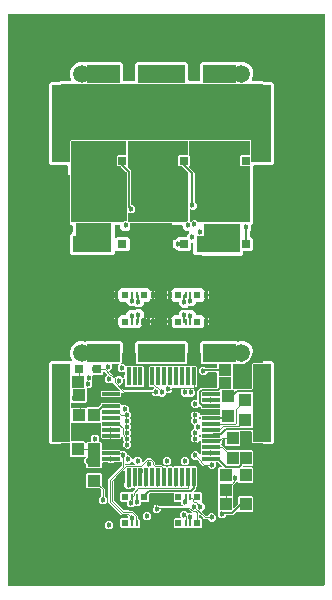
<source format=gbr>
G04 EAGLE Gerber RS-274X export*
G75*
%MOMM*%
%FSLAX34Y34*%
%LPD*%
%INTop Copper*%
%IPPOS*%
%AMOC8*
5,1,8,0,0,1.08239X$1,22.5*%
G01*
%ADD10C,0.101600*%
%ADD11R,1.000000X1.100000*%
%ADD12R,1.100000X1.000000*%
%ADD13R,0.300000X1.500000*%
%ADD14R,1.500000X0.300000*%
%ADD15R,5.170000X5.170000*%
%ADD16R,0.710000X1.372000*%
%ADD17R,0.710000X0.686000*%
%ADD18R,4.520000X3.800000*%
%ADD19R,0.550000X0.600000*%
%ADD20R,0.240000X0.600000*%
%ADD21R,0.450000X0.600000*%
%ADD22R,0.800000X0.800000*%
%ADD23C,0.454000*%
%ADD24C,0.088900*%
%ADD25C,0.203200*%
%ADD26R,1.500000X1.500000*%
%ADD27R,0.704000X0.704000*%
%ADD28C,0.609600*%
%ADD29C,0.152400*%
%ADD30C,1.270000*%
%ADD31C,1.016000*%
%ADD32C,1.500000*%

G36*
X254020Y-13458D02*
X254020Y-13458D01*
X254039Y-13460D01*
X254141Y-13438D01*
X254243Y-13422D01*
X254260Y-13412D01*
X254280Y-13408D01*
X254369Y-13355D01*
X254460Y-13306D01*
X254474Y-13292D01*
X254491Y-13282D01*
X254558Y-13203D01*
X254630Y-13128D01*
X254638Y-13110D01*
X254651Y-13095D01*
X254690Y-12999D01*
X254733Y-12905D01*
X254735Y-12885D01*
X254743Y-12867D01*
X254761Y-12700D01*
X254761Y469900D01*
X254758Y469920D01*
X254760Y469939D01*
X254738Y470041D01*
X254722Y470143D01*
X254712Y470160D01*
X254708Y470180D01*
X254655Y470269D01*
X254606Y470360D01*
X254592Y470374D01*
X254582Y470391D01*
X254503Y470458D01*
X254428Y470530D01*
X254410Y470538D01*
X254395Y470551D01*
X254299Y470590D01*
X254205Y470633D01*
X254185Y470635D01*
X254167Y470643D01*
X254000Y470661D01*
X-12700Y470661D01*
X-12720Y470658D01*
X-12739Y470660D01*
X-12841Y470638D01*
X-12943Y470622D01*
X-12960Y470612D01*
X-12980Y470608D01*
X-13069Y470555D01*
X-13160Y470506D01*
X-13174Y470492D01*
X-13191Y470482D01*
X-13258Y470403D01*
X-13330Y470328D01*
X-13338Y470310D01*
X-13351Y470295D01*
X-13390Y470199D01*
X-13433Y470105D01*
X-13435Y470085D01*
X-13443Y470067D01*
X-13461Y469900D01*
X-13461Y-12700D01*
X-13458Y-12720D01*
X-13460Y-12739D01*
X-13438Y-12841D01*
X-13422Y-12943D01*
X-13412Y-12960D01*
X-13408Y-12980D01*
X-13355Y-13069D01*
X-13306Y-13160D01*
X-13292Y-13174D01*
X-13282Y-13191D01*
X-13203Y-13258D01*
X-13128Y-13330D01*
X-13110Y-13338D01*
X-13095Y-13351D01*
X-12999Y-13390D01*
X-12905Y-13433D01*
X-12885Y-13435D01*
X-12867Y-13443D01*
X-12700Y-13461D01*
X254000Y-13461D01*
X254020Y-13458D01*
G37*
%LPC*%
G36*
X151384Y266100D02*
X151384Y266100D01*
X151264Y266220D01*
X151190Y266273D01*
X151120Y266333D01*
X151090Y266345D01*
X151064Y266364D01*
X150977Y266391D01*
X150892Y266425D01*
X150851Y266429D01*
X150829Y266436D01*
X150797Y266435D01*
X150725Y266443D01*
X145131Y266443D01*
X143642Y267932D01*
X143642Y276275D01*
X143639Y276295D01*
X143641Y276314D01*
X143619Y276416D01*
X143603Y276518D01*
X143593Y276535D01*
X143589Y276555D01*
X143536Y276644D01*
X143487Y276735D01*
X143473Y276749D01*
X143463Y276766D01*
X143384Y276833D01*
X143309Y276905D01*
X143291Y276913D01*
X143276Y276926D01*
X143180Y276965D01*
X143086Y277008D01*
X143066Y277010D01*
X143048Y277018D01*
X142881Y277036D01*
X142488Y277036D01*
X142468Y277033D01*
X142449Y277035D01*
X142347Y277013D01*
X142245Y276997D01*
X142228Y276987D01*
X142208Y276983D01*
X142119Y276930D01*
X142028Y276881D01*
X142014Y276867D01*
X141997Y276857D01*
X141930Y276778D01*
X141858Y276703D01*
X141850Y276685D01*
X141837Y276670D01*
X141798Y276574D01*
X141755Y276480D01*
X141753Y276460D01*
X141745Y276442D01*
X141727Y276275D01*
X141727Y271362D01*
X140238Y269873D01*
X131034Y269873D01*
X130253Y270654D01*
X130179Y270707D01*
X130109Y270767D01*
X130079Y270779D01*
X130053Y270798D01*
X129966Y270825D01*
X129881Y270859D01*
X129840Y270863D01*
X129818Y270870D01*
X129786Y270869D01*
X129714Y270877D01*
X128946Y270877D01*
X127786Y272037D01*
X127728Y272079D01*
X127676Y272129D01*
X127629Y272150D01*
X127587Y272181D01*
X127518Y272202D01*
X127453Y272232D01*
X127401Y272238D01*
X127351Y272253D01*
X127280Y272251D01*
X127209Y272259D01*
X127158Y272248D01*
X127106Y272247D01*
X127038Y272222D01*
X126968Y272207D01*
X126923Y272180D01*
X126875Y272162D01*
X126819Y272118D01*
X126757Y272081D01*
X126723Y272041D01*
X126683Y272009D01*
X126644Y271948D01*
X126597Y271894D01*
X126578Y271846D01*
X126550Y271802D01*
X126532Y271732D01*
X126505Y271666D01*
X126497Y271594D01*
X126489Y271563D01*
X126491Y271540D01*
X126487Y271499D01*
X126487Y268984D01*
X126486Y268983D01*
X124459Y268983D01*
X124459Y275082D01*
X124458Y275090D01*
X124458Y275092D01*
X124456Y275102D01*
X124458Y275121D01*
X124436Y275223D01*
X124419Y275325D01*
X124410Y275342D01*
X124406Y275362D01*
X124353Y275451D01*
X124304Y275542D01*
X124290Y275556D01*
X124280Y275573D01*
X124201Y275640D01*
X124126Y275711D01*
X124108Y275720D01*
X124093Y275733D01*
X123997Y275772D01*
X123903Y275815D01*
X123883Y275817D01*
X123865Y275825D01*
X123698Y275843D01*
X122935Y275843D01*
X122935Y275845D01*
X123698Y275845D01*
X123718Y275848D01*
X123737Y275846D01*
X123839Y275868D01*
X123941Y275885D01*
X123958Y275894D01*
X123978Y275898D01*
X124067Y275951D01*
X124158Y276000D01*
X124172Y276014D01*
X124189Y276024D01*
X124256Y276103D01*
X124327Y276178D01*
X124336Y276196D01*
X124349Y276211D01*
X124388Y276307D01*
X124431Y276401D01*
X124433Y276421D01*
X124441Y276439D01*
X124459Y276606D01*
X124459Y282705D01*
X126486Y282705D01*
X126487Y282704D01*
X126487Y279877D01*
X126498Y279806D01*
X126500Y279735D01*
X126518Y279686D01*
X126526Y279634D01*
X126560Y279571D01*
X126585Y279504D01*
X126617Y279463D01*
X126642Y279417D01*
X126694Y279367D01*
X126738Y279311D01*
X126782Y279283D01*
X126820Y279247D01*
X126885Y279217D01*
X126945Y279178D01*
X126996Y279166D01*
X127043Y279144D01*
X127114Y279136D01*
X127184Y279118D01*
X127236Y279122D01*
X127287Y279117D01*
X127358Y279132D01*
X127429Y279138D01*
X127477Y279158D01*
X127528Y279169D01*
X127589Y279206D01*
X127655Y279234D01*
X127711Y279279D01*
X127739Y279295D01*
X127754Y279313D01*
X127786Y279339D01*
X128946Y280499D01*
X129402Y280499D01*
X129492Y280513D01*
X129583Y280521D01*
X129613Y280533D01*
X129645Y280538D01*
X129726Y280581D01*
X129810Y280617D01*
X129842Y280643D01*
X129862Y280654D01*
X129885Y280677D01*
X129941Y280722D01*
X131034Y281815D01*
X137192Y281815D01*
X137212Y281818D01*
X137231Y281816D01*
X137333Y281838D01*
X137435Y281854D01*
X137452Y281864D01*
X137472Y281868D01*
X137561Y281921D01*
X137652Y281970D01*
X137666Y281984D01*
X137683Y281994D01*
X137750Y282073D01*
X137822Y282148D01*
X137830Y282166D01*
X137843Y282181D01*
X137882Y282277D01*
X137925Y282371D01*
X137927Y282391D01*
X137935Y282409D01*
X137953Y282576D01*
X137953Y283840D01*
X139532Y285419D01*
X139574Y285477D01*
X139624Y285529D01*
X139645Y285576D01*
X139676Y285618D01*
X139697Y285687D01*
X139727Y285752D01*
X139733Y285804D01*
X139748Y285854D01*
X139746Y285925D01*
X139754Y285996D01*
X139743Y286047D01*
X139742Y286099D01*
X139717Y286167D01*
X139702Y286237D01*
X139675Y286282D01*
X139657Y286330D01*
X139613Y286386D01*
X139576Y286448D01*
X139536Y286482D01*
X139504Y286522D01*
X139443Y286561D01*
X139389Y286608D01*
X139341Y286627D01*
X139297Y286655D01*
X139227Y286673D01*
X139161Y286700D01*
X139089Y286708D01*
X139058Y286716D01*
X139035Y286714D01*
X138994Y286718D01*
X137248Y286718D01*
X134430Y289536D01*
X134430Y291148D01*
X134427Y291167D01*
X134429Y291187D01*
X134407Y291288D01*
X134391Y291390D01*
X134381Y291408D01*
X134377Y291427D01*
X134324Y291516D01*
X134275Y291608D01*
X134261Y291621D01*
X134251Y291638D01*
X134172Y291706D01*
X134097Y291777D01*
X134079Y291785D01*
X134064Y291798D01*
X133968Y291837D01*
X133874Y291881D01*
X133854Y291883D01*
X133836Y291890D01*
X133669Y291909D01*
X91807Y291909D01*
X91787Y291906D01*
X91768Y291908D01*
X91666Y291886D01*
X91564Y291869D01*
X91547Y291860D01*
X91527Y291855D01*
X91438Y291802D01*
X91347Y291754D01*
X91333Y291740D01*
X91316Y291729D01*
X91249Y291651D01*
X91177Y291576D01*
X91169Y291558D01*
X91156Y291542D01*
X91117Y291446D01*
X91074Y291353D01*
X91072Y291333D01*
X91064Y291314D01*
X91046Y291148D01*
X91046Y289792D01*
X88228Y286974D01*
X84242Y286974D01*
X81424Y289792D01*
X81424Y291148D01*
X81421Y291167D01*
X81423Y291187D01*
X81401Y291288D01*
X81385Y291390D01*
X81375Y291408D01*
X81371Y291427D01*
X81318Y291516D01*
X81269Y291608D01*
X81255Y291621D01*
X81245Y291638D01*
X81166Y291706D01*
X81091Y291777D01*
X81073Y291785D01*
X81058Y291798D01*
X80962Y291837D01*
X80868Y291881D01*
X80848Y291883D01*
X80830Y291890D01*
X80663Y291909D01*
X77561Y291909D01*
X77541Y291906D01*
X77522Y291908D01*
X77420Y291886D01*
X77318Y291869D01*
X77301Y291860D01*
X77281Y291855D01*
X77192Y291802D01*
X77101Y291754D01*
X77087Y291740D01*
X77070Y291729D01*
X77003Y291651D01*
X76931Y291576D01*
X76923Y291558D01*
X76910Y291542D01*
X76871Y291446D01*
X76828Y291353D01*
X76826Y291333D01*
X76818Y291314D01*
X76800Y291148D01*
X76800Y284102D01*
X76815Y284011D01*
X76822Y283920D01*
X76830Y283901D01*
X76830Y281646D01*
X76841Y281575D01*
X76843Y281503D01*
X76861Y281454D01*
X76869Y281403D01*
X76903Y281340D01*
X76928Y281272D01*
X76960Y281232D01*
X76985Y281186D01*
X77037Y281136D01*
X77081Y281080D01*
X77125Y281052D01*
X77163Y281016D01*
X77228Y280986D01*
X77288Y280947D01*
X77339Y280934D01*
X77386Y280913D01*
X77457Y280905D01*
X77527Y280887D01*
X77579Y280891D01*
X77630Y280885D01*
X77701Y280901D01*
X77772Y280906D01*
X77820Y280927D01*
X77871Y280938D01*
X77932Y280975D01*
X77998Y281003D01*
X78054Y281047D01*
X78082Y281064D01*
X78097Y281082D01*
X78129Y281107D01*
X78837Y281815D01*
X88041Y281815D01*
X89530Y280326D01*
X89530Y271362D01*
X88041Y269873D01*
X78837Y269873D01*
X78129Y270581D01*
X78071Y270622D01*
X78019Y270672D01*
X77972Y270694D01*
X77930Y270724D01*
X77861Y270745D01*
X77796Y270775D01*
X77744Y270781D01*
X77694Y270797D01*
X77623Y270795D01*
X77552Y270803D01*
X77501Y270791D01*
X77449Y270790D01*
X77381Y270766D01*
X77311Y270750D01*
X77266Y270724D01*
X77218Y270706D01*
X77162Y270661D01*
X77100Y270624D01*
X77066Y270585D01*
X77026Y270552D01*
X76987Y270492D01*
X76940Y270437D01*
X76921Y270389D01*
X76893Y270345D01*
X76875Y270276D01*
X76848Y270209D01*
X76840Y270138D01*
X76832Y270107D01*
X76834Y270083D01*
X76830Y270042D01*
X76830Y267782D01*
X76818Y267753D01*
X76816Y267732D01*
X75311Y266227D01*
X42796Y266227D01*
X42732Y266273D01*
X42662Y266333D01*
X42632Y266345D01*
X42606Y266364D01*
X42519Y266391D01*
X42434Y266425D01*
X42393Y266429D01*
X42371Y266436D01*
X42339Y266435D01*
X42267Y266443D01*
X40737Y266443D01*
X39248Y267932D01*
X39248Y283756D01*
X40773Y285281D01*
X40792Y285284D01*
X40809Y285294D01*
X40829Y285298D01*
X40918Y285351D01*
X41009Y285400D01*
X41023Y285414D01*
X41040Y285424D01*
X41107Y285503D01*
X41179Y285578D01*
X41187Y285596D01*
X41200Y285611D01*
X41239Y285707D01*
X41282Y285801D01*
X41284Y285821D01*
X41292Y285839D01*
X41310Y286006D01*
X41310Y291148D01*
X41307Y291167D01*
X41309Y291187D01*
X41287Y291288D01*
X41271Y291390D01*
X41261Y291408D01*
X41257Y291427D01*
X41204Y291516D01*
X41155Y291608D01*
X41141Y291621D01*
X41131Y291638D01*
X41052Y291706D01*
X40977Y291777D01*
X40959Y291785D01*
X40944Y291798D01*
X40848Y291837D01*
X40754Y291881D01*
X40734Y291883D01*
X40716Y291890D01*
X40549Y291909D01*
X39022Y291909D01*
X37274Y293657D01*
X37274Y341567D01*
X37271Y341586D01*
X37273Y341606D01*
X37251Y341707D01*
X37234Y341809D01*
X37225Y341827D01*
X37220Y341846D01*
X37167Y341935D01*
X37119Y342027D01*
X37105Y342040D01*
X37094Y342057D01*
X37016Y342125D01*
X36941Y342196D01*
X36923Y342204D01*
X36907Y342217D01*
X36811Y342256D01*
X36718Y342300D01*
X36698Y342302D01*
X36679Y342309D01*
X36513Y342328D01*
X30259Y342328D01*
X30045Y342542D01*
X29971Y342595D01*
X29902Y342655D01*
X29871Y342667D01*
X29845Y342686D01*
X29758Y342713D01*
X29673Y342747D01*
X29632Y342751D01*
X29610Y342758D01*
X29578Y342757D01*
X29507Y342765D01*
X22944Y342765D01*
X21455Y344254D01*
X21455Y411650D01*
X22944Y413139D01*
X28999Y413139D01*
X29089Y413153D01*
X29180Y413161D01*
X29209Y413173D01*
X29241Y413178D01*
X29322Y413221D01*
X29406Y413257D01*
X29438Y413283D01*
X29459Y413294D01*
X29481Y413317D01*
X29537Y413362D01*
X30259Y414084D01*
X39334Y414084D01*
X39379Y414092D01*
X39425Y414090D01*
X39500Y414111D01*
X39576Y414124D01*
X39617Y414145D01*
X39661Y414158D01*
X39725Y414203D01*
X39794Y414239D01*
X39825Y414272D01*
X39863Y414299D01*
X39909Y414361D01*
X39963Y414417D01*
X39982Y414459D01*
X40010Y414496D01*
X40034Y414570D01*
X40067Y414640D01*
X40072Y414686D01*
X40086Y414730D01*
X40085Y414808D01*
X40094Y414885D01*
X40084Y414930D01*
X40084Y414976D01*
X40045Y415107D01*
X40042Y415125D01*
X40039Y415130D01*
X40037Y415137D01*
X38854Y417992D01*
X38854Y421986D01*
X40383Y425677D01*
X43207Y428501D01*
X46898Y430030D01*
X50892Y430030D01*
X51853Y429632D01*
X51919Y429616D01*
X51948Y429605D01*
X51984Y429601D01*
X52080Y429577D01*
X52086Y429577D01*
X52092Y429576D01*
X52209Y429587D01*
X52325Y429596D01*
X52331Y429598D01*
X52337Y429599D01*
X52398Y429626D01*
X52400Y429626D01*
X52403Y429628D01*
X52444Y429646D01*
X52552Y429692D01*
X52558Y429697D01*
X52562Y429699D01*
X52576Y429711D01*
X52606Y429735D01*
X52617Y429741D01*
X52629Y429754D01*
X52683Y429797D01*
X52916Y430030D01*
X82593Y430030D01*
X84082Y428541D01*
X84082Y414845D01*
X84085Y414826D01*
X84083Y414806D01*
X84105Y414705D01*
X84121Y414603D01*
X84131Y414585D01*
X84135Y414566D01*
X84188Y414477D01*
X84237Y414385D01*
X84251Y414372D01*
X84261Y414355D01*
X84340Y414287D01*
X84415Y414216D01*
X84433Y414208D01*
X84448Y414195D01*
X84544Y414156D01*
X84638Y414112D01*
X84658Y414110D01*
X84676Y414103D01*
X84843Y414084D01*
X93211Y414084D01*
X93231Y414087D01*
X93250Y414085D01*
X93352Y414107D01*
X93454Y414124D01*
X93471Y414133D01*
X93491Y414138D01*
X93580Y414191D01*
X93671Y414239D01*
X93685Y414253D01*
X93702Y414264D01*
X93769Y414342D01*
X93841Y414417D01*
X93849Y414435D01*
X93862Y414451D01*
X93901Y414547D01*
X93944Y414640D01*
X93946Y414660D01*
X93954Y414679D01*
X93972Y414845D01*
X93972Y428541D01*
X95461Y430030D01*
X137711Y430030D01*
X139200Y428541D01*
X139200Y414845D01*
X139203Y414826D01*
X139201Y414806D01*
X139223Y414705D01*
X139239Y414603D01*
X139249Y414585D01*
X139253Y414566D01*
X139306Y414477D01*
X139355Y414385D01*
X139369Y414372D01*
X139379Y414355D01*
X139458Y414287D01*
X139533Y414216D01*
X139551Y414208D01*
X139566Y414195D01*
X139662Y414156D01*
X139756Y414112D01*
X139776Y414110D01*
X139794Y414103D01*
X139961Y414084D01*
X148329Y414084D01*
X148349Y414087D01*
X148368Y414085D01*
X148470Y414107D01*
X148572Y414124D01*
X148589Y414133D01*
X148609Y414138D01*
X148698Y414191D01*
X148789Y414239D01*
X148803Y414253D01*
X148820Y414264D01*
X148887Y414342D01*
X148959Y414417D01*
X148967Y414435D01*
X148980Y414451D01*
X149019Y414547D01*
X149062Y414640D01*
X149064Y414660D01*
X149072Y414679D01*
X149090Y414845D01*
X149090Y428541D01*
X150579Y430030D01*
X180256Y430030D01*
X180489Y429797D01*
X180577Y429734D01*
X180620Y429697D01*
X180635Y429691D01*
X180678Y429659D01*
X180684Y429657D01*
X180689Y429653D01*
X180801Y429619D01*
X180912Y429583D01*
X180918Y429583D01*
X180924Y429581D01*
X181041Y429584D01*
X181158Y429585D01*
X181165Y429587D01*
X181170Y429587D01*
X181187Y429594D01*
X181298Y429626D01*
X181301Y429626D01*
X181302Y429627D01*
X181319Y429632D01*
X182280Y430030D01*
X186274Y430030D01*
X189965Y428501D01*
X192789Y425677D01*
X194318Y421986D01*
X194318Y417992D01*
X193135Y415137D01*
X193125Y415092D01*
X193105Y415050D01*
X193097Y414973D01*
X193079Y414897D01*
X193083Y414852D01*
X193078Y414806D01*
X193095Y414730D01*
X193102Y414652D01*
X193121Y414611D01*
X193130Y414566D01*
X193170Y414499D01*
X193202Y414428D01*
X193233Y414394D01*
X193257Y414355D01*
X193316Y414304D01*
X193368Y414247D01*
X193409Y414224D01*
X193444Y414195D01*
X193516Y414166D01*
X193584Y414128D01*
X193629Y414120D01*
X193672Y414103D01*
X193808Y414088D01*
X193826Y414084D01*
X193831Y414085D01*
X193838Y414084D01*
X202913Y414084D01*
X203635Y413362D01*
X203709Y413309D01*
X203778Y413249D01*
X203809Y413237D01*
X203835Y413218D01*
X203922Y413191D01*
X204007Y413157D01*
X204048Y413153D01*
X204070Y413146D01*
X204102Y413147D01*
X204173Y413139D01*
X210228Y413139D01*
X211717Y411650D01*
X211717Y344254D01*
X210228Y342765D01*
X203665Y342765D01*
X203575Y342751D01*
X203484Y342743D01*
X203455Y342731D01*
X203423Y342726D01*
X203342Y342683D01*
X203258Y342647D01*
X203226Y342621D01*
X203205Y342610D01*
X203183Y342587D01*
X203127Y342542D01*
X202913Y342328D01*
X195135Y342328D01*
X195116Y342325D01*
X195096Y342327D01*
X194995Y342305D01*
X194893Y342288D01*
X194875Y342279D01*
X194856Y342274D01*
X194767Y342221D01*
X194675Y342173D01*
X194662Y342159D01*
X194645Y342148D01*
X194577Y342070D01*
X194506Y341995D01*
X194498Y341977D01*
X194485Y341961D01*
X194446Y341865D01*
X194402Y341772D01*
X194400Y341752D01*
X194393Y341733D01*
X194374Y341567D01*
X194374Y293657D01*
X192867Y292150D01*
X192814Y292076D01*
X192754Y292007D01*
X192742Y291976D01*
X192723Y291950D01*
X192696Y291863D01*
X192662Y291778D01*
X192658Y291737D01*
X192651Y291715D01*
X192652Y291683D01*
X192644Y291612D01*
X192644Y288109D01*
X191613Y287078D01*
X191560Y287004D01*
X191500Y286935D01*
X191488Y286905D01*
X191469Y286879D01*
X191442Y286792D01*
X191408Y286707D01*
X191404Y286666D01*
X191397Y286643D01*
X191398Y286611D01*
X191390Y286540D01*
X191390Y282576D01*
X191393Y282556D01*
X191391Y282537D01*
X191413Y282435D01*
X191429Y282333D01*
X191439Y282316D01*
X191443Y282296D01*
X191496Y282207D01*
X191545Y282116D01*
X191559Y282102D01*
X191569Y282085D01*
X191648Y282018D01*
X191723Y281946D01*
X191741Y281938D01*
X191756Y281925D01*
X191852Y281886D01*
X191946Y281843D01*
X191966Y281841D01*
X191984Y281833D01*
X192151Y281815D01*
X192435Y281815D01*
X193924Y280326D01*
X193924Y271362D01*
X192435Y269873D01*
X186146Y269873D01*
X186126Y269870D01*
X186107Y269872D01*
X186005Y269850D01*
X185903Y269834D01*
X185886Y269824D01*
X185866Y269820D01*
X185777Y269767D01*
X185686Y269718D01*
X185672Y269704D01*
X185655Y269694D01*
X185588Y269615D01*
X185516Y269540D01*
X185508Y269522D01*
X185495Y269507D01*
X185456Y269411D01*
X185413Y269317D01*
X185411Y269297D01*
X185403Y269279D01*
X185385Y269112D01*
X185385Y267589D01*
X183896Y266100D01*
X151384Y266100D01*
G37*
%LPD*%
%LPC*%
G36*
X82449Y35078D02*
X82449Y35078D01*
X81704Y35823D01*
X81704Y42875D01*
X82449Y43620D01*
X87516Y43620D01*
X87544Y43626D01*
X87573Y43624D01*
X87635Y43646D01*
X87699Y43659D01*
X87722Y43677D01*
X87750Y43687D01*
X87797Y43732D01*
X87849Y43771D01*
X87863Y43796D01*
X87884Y43817D01*
X87896Y43856D01*
X87940Y43935D01*
X87948Y44025D01*
X87959Y44063D01*
X87959Y45262D01*
X87950Y45304D01*
X87951Y45348D01*
X87934Y45380D01*
X87920Y45445D01*
X87846Y45544D01*
X87829Y45575D01*
X87474Y45931D01*
X87437Y45954D01*
X87407Y45986D01*
X87372Y45996D01*
X87316Y46032D01*
X87194Y46051D01*
X87160Y46061D01*
X82476Y46061D01*
X81564Y46972D01*
X72441Y56096D01*
X71529Y57007D01*
X71529Y76756D01*
X72441Y77667D01*
X82621Y87848D01*
X82645Y87884D01*
X82676Y87915D01*
X82687Y87949D01*
X82723Y88005D01*
X82741Y88128D01*
X82751Y88161D01*
X82751Y90822D01*
X82748Y90836D01*
X82750Y90851D01*
X82728Y90928D01*
X82712Y91005D01*
X82703Y91017D01*
X82699Y91031D01*
X82647Y91092D01*
X82600Y91156D01*
X82587Y91163D01*
X82578Y91174D01*
X82506Y91208D01*
X82436Y91247D01*
X82422Y91248D01*
X82408Y91254D01*
X82329Y91255D01*
X82250Y91262D01*
X82236Y91257D01*
X82221Y91257D01*
X82190Y91240D01*
X82073Y91199D01*
X82026Y91153D01*
X81994Y91136D01*
X81790Y90932D01*
X76184Y90932D01*
X76142Y90923D01*
X76098Y90924D01*
X76066Y90907D01*
X76001Y90893D01*
X75902Y90819D01*
X75871Y90802D01*
X75231Y90162D01*
X72297Y90162D01*
X71657Y90802D01*
X71621Y90826D01*
X71590Y90857D01*
X71556Y90868D01*
X71500Y90904D01*
X71377Y90922D01*
X71344Y90932D01*
X66904Y90932D01*
X66876Y90926D01*
X66847Y90928D01*
X66785Y90906D01*
X66721Y90893D01*
X66698Y90875D01*
X66670Y90865D01*
X66623Y90820D01*
X66571Y90781D01*
X66557Y90756D01*
X66536Y90735D01*
X66524Y90696D01*
X66480Y90617D01*
X66472Y90527D01*
X66461Y90489D01*
X66461Y86794D01*
X65716Y86049D01*
X53664Y86049D01*
X52919Y86794D01*
X52919Y88907D01*
X52915Y88924D01*
X52915Y88925D01*
X52910Y88949D01*
X52911Y88993D01*
X52894Y89025D01*
X52880Y89090D01*
X52806Y89189D01*
X52789Y89220D01*
X51156Y90853D01*
X51156Y93787D01*
X52789Y95420D01*
X52813Y95456D01*
X52844Y95487D01*
X52855Y95521D01*
X52891Y95577D01*
X52909Y95700D01*
X52919Y95733D01*
X52919Y100466D01*
X52913Y100495D01*
X52915Y100524D01*
X52893Y100585D01*
X52880Y100649D01*
X52862Y100673D01*
X52852Y100700D01*
X52807Y100747D01*
X52768Y100800D01*
X52743Y100814D01*
X52722Y100835D01*
X52683Y100847D01*
X52604Y100891D01*
X52514Y100898D01*
X52476Y100910D01*
X52434Y100910D01*
X52406Y100904D01*
X52377Y100906D01*
X52315Y100884D01*
X52251Y100870D01*
X52228Y100853D01*
X52200Y100843D01*
X52153Y100797D01*
X52101Y100759D01*
X52087Y100733D01*
X52066Y100713D01*
X52054Y100674D01*
X52010Y100595D01*
X52002Y100505D01*
X51991Y100466D01*
X51991Y96091D01*
X51246Y95346D01*
X40194Y95346D01*
X39449Y96091D01*
X39449Y106991D01*
X39443Y107019D01*
X39445Y107048D01*
X39423Y107110D01*
X39410Y107174D01*
X39392Y107197D01*
X39382Y107225D01*
X39337Y107272D01*
X39298Y107324D01*
X39273Y107338D01*
X39252Y107359D01*
X39213Y107371D01*
X39134Y107415D01*
X39044Y107423D01*
X39006Y107434D01*
X31496Y107434D01*
X31467Y107428D01*
X31438Y107430D01*
X31377Y107408D01*
X31313Y107395D01*
X31289Y107377D01*
X31262Y107367D01*
X31215Y107322D01*
X31162Y107283D01*
X31148Y107258D01*
X31127Y107237D01*
X31115Y107198D01*
X31071Y107119D01*
X31064Y107029D01*
X31052Y106991D01*
X31052Y106164D01*
X22944Y106164D01*
X21455Y107653D01*
X21455Y175049D01*
X22944Y176538D01*
X39725Y176538D01*
X39770Y176545D01*
X39816Y176543D01*
X39891Y176565D01*
X39968Y176577D01*
X40008Y176599D01*
X40053Y176612D01*
X40117Y176656D01*
X40185Y176693D01*
X40217Y176726D01*
X40255Y176752D01*
X40301Y176815D01*
X40355Y176871D01*
X40374Y176913D01*
X40401Y176949D01*
X40426Y177023D01*
X40458Y177094D01*
X40463Y177140D01*
X40478Y177183D01*
X40477Y177261D01*
X40485Y177338D01*
X40476Y177383D01*
X40475Y177429D01*
X40437Y177561D01*
X40433Y177579D01*
X40431Y177583D01*
X40428Y177590D01*
X38854Y181391D01*
X38854Y185385D01*
X40383Y189076D01*
X43207Y191900D01*
X46898Y193429D01*
X50892Y193429D01*
X51853Y193031D01*
X51967Y193004D01*
X52080Y192976D01*
X52086Y192976D01*
X52092Y192975D01*
X52209Y192986D01*
X52325Y192995D01*
X52331Y192997D01*
X52337Y192998D01*
X52444Y193045D01*
X52552Y193091D01*
X52558Y193096D01*
X52562Y193098D01*
X52576Y193110D01*
X52683Y193196D01*
X52916Y193429D01*
X82593Y193429D01*
X84082Y191940D01*
X84082Y183832D01*
X83255Y183832D01*
X83227Y183826D01*
X83198Y183828D01*
X83136Y183806D01*
X83072Y183792D01*
X83049Y183775D01*
X83021Y183765D01*
X82974Y183719D01*
X82922Y183681D01*
X82908Y183655D01*
X82887Y183635D01*
X82875Y183596D01*
X82831Y183517D01*
X82823Y183427D01*
X82812Y183388D01*
X82812Y175362D01*
X82698Y175248D01*
X82690Y175236D01*
X82678Y175227D01*
X82640Y175158D01*
X82597Y175091D01*
X82595Y175076D01*
X82587Y175063D01*
X82581Y174984D01*
X82569Y174906D01*
X82573Y174891D01*
X82572Y174877D01*
X82599Y174802D01*
X82621Y174725D01*
X82630Y174714D01*
X82635Y174700D01*
X82691Y174643D01*
X82742Y174582D01*
X82755Y174576D01*
X82766Y174566D01*
X82800Y174555D01*
X82911Y174502D01*
X82977Y174501D01*
X83012Y174491D01*
X84513Y174491D01*
X86400Y172604D01*
X86437Y172580D01*
X86467Y172549D01*
X86502Y172538D01*
X86558Y172502D01*
X86680Y172484D01*
X86714Y172474D01*
X90790Y172474D01*
X90950Y172314D01*
X90975Y172298D01*
X90994Y172276D01*
X91053Y172248D01*
X91108Y172212D01*
X91137Y172208D01*
X91163Y172195D01*
X91228Y172194D01*
X91293Y172185D01*
X91321Y172193D01*
X91351Y172192D01*
X91386Y172211D01*
X91473Y172236D01*
X91542Y172295D01*
X91578Y172314D01*
X91738Y172474D01*
X95790Y172474D01*
X95950Y172314D01*
X95975Y172298D01*
X95994Y172276D01*
X96053Y172248D01*
X96108Y172212D01*
X96137Y172208D01*
X96163Y172195D01*
X96228Y172194D01*
X96293Y172185D01*
X96321Y172193D01*
X96351Y172192D01*
X96386Y172211D01*
X96473Y172236D01*
X96542Y172295D01*
X96578Y172314D01*
X96738Y172474D01*
X100790Y172474D01*
X101535Y171729D01*
X101535Y166123D01*
X101544Y166081D01*
X101543Y166037D01*
X101560Y166005D01*
X101574Y165940D01*
X101648Y165841D01*
X101665Y165810D01*
X102305Y165170D01*
X102305Y162236D01*
X101665Y161596D01*
X101641Y161560D01*
X101610Y161529D01*
X101599Y161495D01*
X101563Y161439D01*
X101545Y161316D01*
X101535Y161283D01*
X101535Y155677D01*
X100790Y154932D01*
X96738Y154932D01*
X96578Y155092D01*
X96553Y155108D01*
X96534Y155130D01*
X96475Y155158D01*
X96420Y155194D01*
X96391Y155198D01*
X96365Y155211D01*
X96300Y155212D01*
X96235Y155221D01*
X96207Y155213D01*
X96178Y155214D01*
X96142Y155195D01*
X96055Y155170D01*
X95986Y155111D01*
X95950Y155092D01*
X95790Y154932D01*
X91738Y154932D01*
X91578Y155092D01*
X91553Y155108D01*
X91534Y155130D01*
X91475Y155158D01*
X91420Y155194D01*
X91391Y155198D01*
X91365Y155211D01*
X91300Y155212D01*
X91235Y155221D01*
X91207Y155213D01*
X91178Y155214D01*
X91142Y155195D01*
X91055Y155170D01*
X90986Y155111D01*
X90950Y155092D01*
X90790Y154932D01*
X86738Y154932D01*
X85993Y155677D01*
X85993Y161348D01*
X85984Y161391D01*
X85985Y161435D01*
X85968Y161467D01*
X85954Y161531D01*
X85880Y161631D01*
X85863Y161662D01*
X85127Y162398D01*
X85127Y165331D01*
X85863Y166067D01*
X85887Y166104D01*
X85918Y166134D01*
X85929Y166169D01*
X85965Y166225D01*
X85983Y166347D01*
X85993Y166381D01*
X85993Y167818D01*
X85990Y167832D01*
X85992Y167847D01*
X85970Y167924D01*
X85954Y168001D01*
X85945Y168013D01*
X85941Y168027D01*
X85889Y168088D01*
X85842Y168152D01*
X85829Y168159D01*
X85820Y168170D01*
X85748Y168204D01*
X85678Y168243D01*
X85664Y168244D01*
X85650Y168250D01*
X85571Y168251D01*
X85492Y168258D01*
X85478Y168253D01*
X85463Y168253D01*
X85432Y168237D01*
X85315Y168195D01*
X85268Y168149D01*
X85236Y168132D01*
X84513Y167409D01*
X81580Y167409D01*
X79506Y169483D01*
X79506Y172417D01*
X80949Y173860D01*
X80957Y173872D01*
X80969Y173881D01*
X81007Y173950D01*
X81051Y174017D01*
X81053Y174032D01*
X81060Y174045D01*
X81066Y174124D01*
X81078Y174203D01*
X81074Y174217D01*
X81075Y174231D01*
X81048Y174306D01*
X81027Y174383D01*
X81017Y174394D01*
X81012Y174408D01*
X80957Y174465D01*
X80905Y174526D01*
X80892Y174532D01*
X80882Y174542D01*
X80848Y174553D01*
X80736Y174606D01*
X80670Y174607D01*
X80635Y174617D01*
X74936Y174617D01*
X74922Y174614D01*
X74907Y174616D01*
X74831Y174594D01*
X74753Y174578D01*
X74742Y174569D01*
X74727Y174565D01*
X74667Y174513D01*
X74603Y174466D01*
X74596Y174453D01*
X74584Y174444D01*
X74550Y174372D01*
X74512Y174302D01*
X74511Y174288D01*
X74504Y174274D01*
X74503Y174195D01*
X74497Y174116D01*
X74502Y174102D01*
X74501Y174087D01*
X74518Y174056D01*
X74560Y173939D01*
X74606Y173892D01*
X74623Y173860D01*
X74892Y173591D01*
X74892Y170658D01*
X72818Y168583D01*
X72754Y168583D01*
X72739Y168580D01*
X72725Y168582D01*
X72648Y168561D01*
X72571Y168544D01*
X72559Y168535D01*
X72545Y168531D01*
X72484Y168480D01*
X72420Y168432D01*
X72413Y168419D01*
X72402Y168410D01*
X72368Y168338D01*
X72329Y168268D01*
X72328Y168254D01*
X72322Y168240D01*
X72320Y168161D01*
X72314Y168082D01*
X72319Y168068D01*
X72319Y168053D01*
X72335Y168022D01*
X72377Y167905D01*
X72423Y167858D01*
X72440Y167826D01*
X73605Y166661D01*
X73642Y166637D01*
X73672Y166606D01*
X73707Y166595D01*
X73763Y166559D01*
X73885Y166541D01*
X73919Y166531D01*
X74138Y166531D01*
X77218Y163451D01*
X77623Y163046D01*
X77647Y163030D01*
X77666Y163008D01*
X77725Y162980D01*
X77780Y162945D01*
X77809Y162940D01*
X77836Y162928D01*
X77901Y162927D01*
X77966Y162917D01*
X77994Y162925D01*
X78023Y162925D01*
X78059Y162944D01*
X78146Y162969D01*
X78215Y163027D01*
X78250Y163046D01*
X78932Y163728D01*
X81865Y163728D01*
X83939Y161654D01*
X83939Y158720D01*
X81865Y156646D01*
X81801Y156646D01*
X81787Y156643D01*
X81772Y156645D01*
X81696Y156623D01*
X81618Y156607D01*
X81606Y156598D01*
X81592Y156594D01*
X81531Y156542D01*
X81468Y156495D01*
X81461Y156482D01*
X81449Y156473D01*
X81415Y156401D01*
X81377Y156331D01*
X81376Y156317D01*
X81369Y156303D01*
X81368Y156224D01*
X81361Y156145D01*
X81366Y156131D01*
X81366Y156116D01*
X81383Y156085D01*
X81425Y155968D01*
X81471Y155921D01*
X81488Y155889D01*
X85204Y152173D01*
X85241Y152149D01*
X85271Y152117D01*
X85306Y152107D01*
X85361Y152071D01*
X85484Y152053D01*
X85518Y152043D01*
X108025Y152043D01*
X108068Y152052D01*
X108112Y152051D01*
X108144Y152068D01*
X108209Y152082D01*
X108308Y152156D01*
X108339Y152173D01*
X110117Y153950D01*
X110133Y153975D01*
X110155Y153994D01*
X110183Y154053D01*
X110218Y154107D01*
X110223Y154136D01*
X110235Y154163D01*
X110236Y154228D01*
X110246Y154293D01*
X110238Y154321D01*
X110238Y154350D01*
X110219Y154386D01*
X110194Y154473D01*
X110136Y154542D01*
X110117Y154578D01*
X109892Y154802D01*
X109855Y154826D01*
X109825Y154857D01*
X109790Y154868D01*
X109734Y154904D01*
X109612Y154922D01*
X109578Y154932D01*
X106738Y154932D01*
X105993Y155677D01*
X105993Y171729D01*
X106738Y172474D01*
X110790Y172474D01*
X110950Y172314D01*
X110975Y172298D01*
X110994Y172276D01*
X111053Y172248D01*
X111108Y172212D01*
X111137Y172208D01*
X111163Y172195D01*
X111228Y172194D01*
X111293Y172185D01*
X111321Y172193D01*
X111351Y172192D01*
X111386Y172211D01*
X111473Y172236D01*
X111542Y172295D01*
X111578Y172314D01*
X111738Y172474D01*
X115790Y172474D01*
X115950Y172314D01*
X115975Y172298D01*
X115994Y172276D01*
X116053Y172248D01*
X116108Y172212D01*
X116137Y172208D01*
X116163Y172195D01*
X116228Y172194D01*
X116293Y172185D01*
X116321Y172193D01*
X116351Y172192D01*
X116386Y172211D01*
X116473Y172236D01*
X116542Y172295D01*
X116578Y172314D01*
X116738Y172474D01*
X120790Y172474D01*
X120950Y172314D01*
X120975Y172298D01*
X120994Y172276D01*
X121053Y172248D01*
X121108Y172212D01*
X121137Y172208D01*
X121163Y172195D01*
X121228Y172194D01*
X121293Y172185D01*
X121321Y172193D01*
X121351Y172192D01*
X121386Y172211D01*
X121473Y172236D01*
X121542Y172295D01*
X121578Y172314D01*
X121738Y172474D01*
X125790Y172474D01*
X125950Y172314D01*
X125975Y172298D01*
X125994Y172276D01*
X126053Y172248D01*
X126108Y172212D01*
X126137Y172208D01*
X126163Y172195D01*
X126228Y172194D01*
X126293Y172185D01*
X126321Y172193D01*
X126351Y172192D01*
X126386Y172211D01*
X126473Y172236D01*
X126542Y172295D01*
X126578Y172314D01*
X126738Y172474D01*
X130790Y172474D01*
X130950Y172314D01*
X130975Y172298D01*
X130994Y172276D01*
X131053Y172248D01*
X131108Y172212D01*
X131137Y172208D01*
X131163Y172195D01*
X131228Y172194D01*
X131293Y172185D01*
X131321Y172193D01*
X131351Y172192D01*
X131386Y172211D01*
X131473Y172236D01*
X131542Y172295D01*
X131578Y172314D01*
X131738Y172474D01*
X135790Y172474D01*
X135950Y172314D01*
X135975Y172298D01*
X135994Y172276D01*
X136053Y172248D01*
X136108Y172212D01*
X136137Y172208D01*
X136163Y172195D01*
X136228Y172194D01*
X136293Y172185D01*
X136321Y172193D01*
X136351Y172192D01*
X136386Y172211D01*
X136473Y172236D01*
X136542Y172295D01*
X136578Y172314D01*
X136738Y172474D01*
X140790Y172474D01*
X140950Y172314D01*
X140975Y172298D01*
X140994Y172276D01*
X141053Y172248D01*
X141108Y172212D01*
X141137Y172208D01*
X141163Y172195D01*
X141228Y172194D01*
X141293Y172185D01*
X141321Y172193D01*
X141351Y172192D01*
X141386Y172211D01*
X141473Y172236D01*
X141542Y172295D01*
X141578Y172314D01*
X141738Y172474D01*
X145790Y172474D01*
X146535Y171729D01*
X146535Y155677D01*
X145790Y154932D01*
X145542Y154932D01*
X145513Y154926D01*
X145484Y154928D01*
X145423Y154906D01*
X145359Y154893D01*
X145335Y154875D01*
X145308Y154865D01*
X145261Y154820D01*
X145208Y154781D01*
X145194Y154756D01*
X145173Y154735D01*
X145161Y154696D01*
X145117Y154617D01*
X145110Y154527D01*
X145098Y154489D01*
X145098Y153625D01*
X144374Y152901D01*
X144358Y152876D01*
X144336Y152857D01*
X144308Y152798D01*
X144272Y152744D01*
X144268Y152715D01*
X144256Y152688D01*
X144254Y152623D01*
X144245Y152558D01*
X144253Y152530D01*
X144252Y152501D01*
X144271Y152465D01*
X144296Y152378D01*
X144355Y152309D01*
X144374Y152273D01*
X144969Y151679D01*
X144969Y148745D01*
X142895Y146671D01*
X139961Y146671D01*
X139218Y147415D01*
X139193Y147431D01*
X139174Y147453D01*
X139115Y147481D01*
X139060Y147516D01*
X139031Y147521D01*
X139005Y147533D01*
X138940Y147534D01*
X138875Y147544D01*
X138847Y147536D01*
X138817Y147536D01*
X138782Y147517D01*
X138695Y147492D01*
X138626Y147434D01*
X138590Y147415D01*
X137847Y146671D01*
X134913Y146671D01*
X132839Y148745D01*
X132839Y151679D01*
X133247Y152086D01*
X133255Y152099D01*
X133267Y152107D01*
X133305Y152177D01*
X133348Y152244D01*
X133351Y152258D01*
X133358Y152271D01*
X133364Y152350D01*
X133376Y152429D01*
X133372Y152443D01*
X133373Y152458D01*
X133346Y152533D01*
X133325Y152609D01*
X133315Y152620D01*
X133310Y152634D01*
X133255Y152692D01*
X133203Y152752D01*
X133190Y152758D01*
X133180Y152769D01*
X133146Y152779D01*
X133034Y152832D01*
X132968Y152833D01*
X132933Y152844D01*
X126082Y152844D01*
X126040Y152835D01*
X125996Y152835D01*
X125964Y152818D01*
X125899Y152804D01*
X125800Y152731D01*
X125769Y152714D01*
X125694Y152639D01*
X125683Y152623D01*
X125674Y152616D01*
X125662Y152594D01*
X125639Y152572D01*
X125628Y152537D01*
X125592Y152481D01*
X125590Y152464D01*
X125583Y152452D01*
X125577Y152377D01*
X125574Y152359D01*
X125564Y152325D01*
X125564Y151577D01*
X123490Y149503D01*
X121007Y149503D01*
X120979Y149497D01*
X120950Y149499D01*
X120888Y149477D01*
X120824Y149464D01*
X120801Y149446D01*
X120773Y149436D01*
X120726Y149391D01*
X120674Y149352D01*
X120660Y149327D01*
X120639Y149306D01*
X120627Y149267D01*
X120583Y149188D01*
X120575Y149098D01*
X120564Y149060D01*
X120564Y148745D01*
X118490Y146671D01*
X115556Y146671D01*
X114518Y147709D01*
X114494Y147725D01*
X114475Y147748D01*
X114416Y147776D01*
X114361Y147811D01*
X114332Y147815D01*
X114305Y147828D01*
X114240Y147829D01*
X114175Y147838D01*
X114147Y147830D01*
X114118Y147831D01*
X114082Y147812D01*
X113995Y147787D01*
X113926Y147728D01*
X113891Y147709D01*
X113349Y147168D01*
X110416Y147168D01*
X108339Y149244D01*
X108302Y149268D01*
X108272Y149299D01*
X108237Y149310D01*
X108182Y149346D01*
X108059Y149364D01*
X108025Y149374D01*
X84229Y149374D01*
X83317Y150285D01*
X83292Y150310D01*
X83280Y150318D01*
X83271Y150330D01*
X83202Y150369D01*
X83135Y150412D01*
X83120Y150414D01*
X83107Y150421D01*
X83028Y150428D01*
X82950Y150439D01*
X82935Y150435D01*
X82921Y150437D01*
X82846Y150410D01*
X82770Y150388D01*
X82758Y150378D01*
X82744Y150373D01*
X82687Y150318D01*
X82627Y150267D01*
X82620Y150254D01*
X82610Y150243D01*
X82599Y150209D01*
X82546Y150098D01*
X82545Y150031D01*
X82535Y149997D01*
X82535Y146677D01*
X81790Y145932D01*
X65738Y145932D01*
X64993Y146677D01*
X64993Y150729D01*
X65738Y151474D01*
X81058Y151474D01*
X81072Y151477D01*
X81087Y151475D01*
X81163Y151497D01*
X81241Y151513D01*
X81253Y151522D01*
X81267Y151526D01*
X81328Y151578D01*
X81391Y151625D01*
X81398Y151638D01*
X81410Y151647D01*
X81444Y151719D01*
X81482Y151789D01*
X81483Y151803D01*
X81490Y151817D01*
X81491Y151896D01*
X81498Y151975D01*
X81493Y151989D01*
X81493Y152004D01*
X81476Y152035D01*
X81434Y152152D01*
X81388Y152199D01*
X81371Y152231D01*
X75461Y158142D01*
X75461Y158882D01*
X75458Y158897D01*
X75460Y158911D01*
X75438Y158988D01*
X75421Y159065D01*
X75413Y159077D01*
X75409Y159091D01*
X75357Y159152D01*
X75310Y159216D01*
X75297Y159223D01*
X75287Y159234D01*
X75215Y159268D01*
X75146Y159307D01*
X75131Y159308D01*
X75118Y159314D01*
X75038Y159316D01*
X74959Y159322D01*
X74945Y159317D01*
X74931Y159318D01*
X74899Y159301D01*
X74783Y159259D01*
X74735Y159213D01*
X74703Y159196D01*
X73560Y158052D01*
X70626Y158052D01*
X68552Y160126D01*
X68552Y163060D01*
X70679Y165186D01*
X70694Y165211D01*
X70717Y165230D01*
X70745Y165289D01*
X70780Y165343D01*
X70784Y165372D01*
X70797Y165399D01*
X70798Y165464D01*
X70808Y165529D01*
X70800Y165557D01*
X70800Y165586D01*
X70781Y165622D01*
X70756Y165709D01*
X70698Y165778D01*
X70679Y165814D01*
X68138Y168354D01*
X68126Y168362D01*
X68117Y168374D01*
X68048Y168412D01*
X67981Y168455D01*
X67966Y168458D01*
X67953Y168465D01*
X67874Y168471D01*
X67795Y168483D01*
X67781Y168479D01*
X67767Y168480D01*
X67692Y168453D01*
X67615Y168431D01*
X67604Y168422D01*
X67590Y168417D01*
X67533Y168362D01*
X67472Y168310D01*
X67466Y168297D01*
X67456Y168287D01*
X67445Y168253D01*
X67392Y168141D01*
X67391Y168075D01*
X67381Y168040D01*
X67381Y165400D01*
X66636Y164655D01*
X58720Y164655D01*
X58706Y164652D01*
X58691Y164654D01*
X58615Y164632D01*
X58537Y164616D01*
X58525Y164607D01*
X58511Y164603D01*
X58451Y164551D01*
X58387Y164504D01*
X58380Y164491D01*
X58368Y164482D01*
X58334Y164410D01*
X58296Y164340D01*
X58295Y164326D01*
X58288Y164312D01*
X58287Y164233D01*
X58280Y164154D01*
X58285Y164140D01*
X58285Y164125D01*
X58302Y164094D01*
X58343Y163977D01*
X58390Y163930D01*
X58405Y163901D01*
X58405Y160966D01*
X57518Y160080D01*
X57502Y160055D01*
X57480Y160036D01*
X57452Y159977D01*
X57417Y159922D01*
X57412Y159893D01*
X57400Y159867D01*
X57399Y159802D01*
X57389Y159737D01*
X57397Y159709D01*
X57397Y159680D01*
X57416Y159644D01*
X57441Y159557D01*
X57499Y159488D01*
X57518Y159452D01*
X58286Y158685D01*
X58286Y155751D01*
X56212Y153677D01*
X54204Y153677D01*
X54176Y153671D01*
X54147Y153673D01*
X54085Y153651D01*
X54021Y153638D01*
X53998Y153620D01*
X53970Y153610D01*
X53923Y153565D01*
X53871Y153526D01*
X53857Y153500D01*
X53836Y153480D01*
X53824Y153441D01*
X53780Y153362D01*
X53772Y153272D01*
X53761Y153233D01*
X53761Y142293D01*
X53016Y141548D01*
X40930Y141548D01*
X40867Y141589D01*
X40852Y141591D01*
X40839Y141599D01*
X40760Y141605D01*
X40682Y141617D01*
X40667Y141613D01*
X40653Y141614D01*
X40578Y141587D01*
X40501Y141565D01*
X40490Y141556D01*
X40476Y141551D01*
X40419Y141495D01*
X40359Y141444D01*
X40352Y141431D01*
X40342Y141420D01*
X40331Y141387D01*
X40278Y141275D01*
X40277Y141209D01*
X40267Y141174D01*
X40267Y137464D01*
X40270Y137450D01*
X40268Y137435D01*
X40290Y137359D01*
X40306Y137281D01*
X40315Y137269D01*
X40319Y137255D01*
X40371Y137194D01*
X40418Y137130D01*
X40431Y137123D01*
X40440Y137112D01*
X40512Y137078D01*
X40582Y137039D01*
X40596Y137038D01*
X40610Y137032D01*
X40689Y137031D01*
X40768Y137024D01*
X40782Y137029D01*
X40797Y137029D01*
X40828Y137046D01*
X40945Y137087D01*
X40947Y137090D01*
X52976Y137090D01*
X53004Y137096D01*
X53033Y137094D01*
X53095Y137116D01*
X53159Y137129D01*
X53182Y137147D01*
X53210Y137157D01*
X53257Y137202D01*
X53309Y137241D01*
X53323Y137266D01*
X53344Y137287D01*
X53356Y137326D01*
X53400Y137405D01*
X53405Y137466D01*
X54164Y138225D01*
X63582Y138225D01*
X63624Y138234D01*
X63668Y138233D01*
X63700Y138250D01*
X63765Y138264D01*
X63864Y138338D01*
X63896Y138355D01*
X64863Y139322D01*
X64887Y139359D01*
X64918Y139390D01*
X64929Y139424D01*
X64965Y139480D01*
X64983Y139602D01*
X64993Y139636D01*
X64993Y140729D01*
X65738Y141474D01*
X81790Y141474D01*
X82535Y140729D01*
X82535Y139732D01*
X82538Y139718D01*
X82536Y139703D01*
X82558Y139627D01*
X82574Y139549D01*
X82583Y139537D01*
X82587Y139523D01*
X82639Y139462D01*
X82686Y139399D01*
X82699Y139391D01*
X82708Y139380D01*
X82780Y139346D01*
X82850Y139308D01*
X82864Y139306D01*
X82878Y139300D01*
X82957Y139299D01*
X83036Y139292D01*
X83050Y139297D01*
X83065Y139297D01*
X83096Y139314D01*
X83213Y139355D01*
X83260Y139401D01*
X83292Y139418D01*
X83794Y139920D01*
X86727Y139920D01*
X88801Y137846D01*
X88801Y134976D01*
X88810Y134934D01*
X88809Y134890D01*
X88827Y134858D01*
X88841Y134793D01*
X88914Y134694D01*
X88931Y134663D01*
X90796Y132798D01*
X90796Y129865D01*
X90028Y129097D01*
X90012Y129072D01*
X89990Y129053D01*
X89962Y128994D01*
X89927Y128939D01*
X89922Y128910D01*
X89910Y128884D01*
X89909Y128819D01*
X89899Y128754D01*
X89907Y128726D01*
X89907Y128697D01*
X89926Y128661D01*
X89950Y128574D01*
X90009Y128505D01*
X90028Y128469D01*
X90786Y127711D01*
X90786Y124778D01*
X90028Y124020D01*
X90012Y123995D01*
X89990Y123976D01*
X89962Y123917D01*
X89927Y123862D01*
X89922Y123833D01*
X89910Y123807D01*
X89909Y123742D01*
X89899Y123677D01*
X89907Y123649D01*
X89907Y123620D01*
X89926Y123584D01*
X89950Y123497D01*
X90009Y123428D01*
X90028Y123392D01*
X90796Y122625D01*
X90796Y119691D01*
X90052Y118948D01*
X90036Y118923D01*
X90014Y118904D01*
X89986Y118845D01*
X89951Y118790D01*
X89946Y118761D01*
X89934Y118735D01*
X89933Y118670D01*
X89923Y118605D01*
X89931Y118577D01*
X89931Y118547D01*
X89950Y118512D01*
X89975Y118425D01*
X90024Y118366D01*
X90025Y118364D01*
X90034Y118355D01*
X90052Y118320D01*
X90796Y117577D01*
X90796Y114643D01*
X90052Y113900D01*
X90036Y113875D01*
X90014Y113856D01*
X89986Y113797D01*
X89951Y113742D01*
X89946Y113713D01*
X89934Y113687D01*
X89933Y113622D01*
X89923Y113557D01*
X89931Y113529D01*
X89931Y113500D01*
X89950Y113464D01*
X89975Y113377D01*
X90033Y113308D01*
X90052Y113272D01*
X90796Y112529D01*
X90796Y109595D01*
X90052Y108852D01*
X90036Y108827D01*
X90014Y108808D01*
X89986Y108749D01*
X89951Y108694D01*
X89946Y108665D01*
X89934Y108639D01*
X89933Y108574D01*
X89923Y108509D01*
X89931Y108481D01*
X89931Y108452D01*
X89950Y108416D01*
X89975Y108329D01*
X90033Y108260D01*
X90052Y108224D01*
X90796Y107481D01*
X90796Y104547D01*
X88722Y102473D01*
X85788Y102473D01*
X83714Y104547D01*
X83714Y107481D01*
X84458Y108224D01*
X84474Y108249D01*
X84496Y108268D01*
X84524Y108327D01*
X84559Y108382D01*
X84564Y108411D01*
X84576Y108437D01*
X84577Y108502D01*
X84587Y108567D01*
X84579Y108595D01*
X84579Y108625D01*
X84560Y108660D01*
X84535Y108747D01*
X84477Y108816D01*
X84458Y108852D01*
X83714Y109595D01*
X83714Y112484D01*
X83705Y112527D01*
X83706Y112570D01*
X83689Y112602D01*
X83675Y112667D01*
X83601Y112766D01*
X83584Y112798D01*
X83292Y113090D01*
X83280Y113098D01*
X83271Y113110D01*
X83201Y113148D01*
X83135Y113191D01*
X83120Y113193D01*
X83107Y113201D01*
X83028Y113207D01*
X82950Y113219D01*
X82935Y113215D01*
X82921Y113216D01*
X82846Y113189D01*
X82769Y113167D01*
X82758Y113158D01*
X82744Y113153D01*
X82687Y113097D01*
X82626Y113046D01*
X82620Y113033D01*
X82610Y113023D01*
X82599Y112989D01*
X82546Y112877D01*
X82545Y112811D01*
X82535Y112776D01*
X82535Y111677D01*
X81790Y110932D01*
X76080Y110932D01*
X76038Y110923D01*
X75994Y110924D01*
X75962Y110907D01*
X75897Y110893D01*
X75798Y110819D01*
X75767Y110802D01*
X75127Y110162D01*
X72193Y110162D01*
X71553Y110802D01*
X71517Y110826D01*
X71486Y110857D01*
X71452Y110868D01*
X71396Y110904D01*
X71273Y110922D01*
X71240Y110932D01*
X65738Y110932D01*
X64993Y111677D01*
X64993Y115729D01*
X65153Y115889D01*
X65169Y115914D01*
X65191Y115933D01*
X65219Y115992D01*
X65255Y116047D01*
X65259Y116076D01*
X65272Y116102D01*
X65273Y116167D01*
X65282Y116232D01*
X65274Y116260D01*
X65275Y116289D01*
X65256Y116325D01*
X65231Y116412D01*
X65172Y116481D01*
X65153Y116517D01*
X64993Y116677D01*
X64993Y120729D01*
X65153Y120889D01*
X65169Y120914D01*
X65191Y120933D01*
X65219Y120992D01*
X65255Y121047D01*
X65259Y121076D01*
X65272Y121102D01*
X65273Y121167D01*
X65282Y121232D01*
X65274Y121260D01*
X65275Y121289D01*
X65256Y121325D01*
X65231Y121412D01*
X65172Y121481D01*
X65153Y121517D01*
X64993Y121677D01*
X64993Y124240D01*
X64987Y124268D01*
X64989Y124297D01*
X64967Y124359D01*
X64954Y124423D01*
X64936Y124446D01*
X64926Y124474D01*
X64881Y124521D01*
X64842Y124573D01*
X64817Y124587D01*
X64796Y124608D01*
X64757Y124620D01*
X64678Y124664D01*
X64588Y124672D01*
X64550Y124683D01*
X54164Y124683D01*
X53971Y124876D01*
X53947Y124891D01*
X53928Y124914D01*
X53869Y124942D01*
X53814Y124977D01*
X53785Y124981D01*
X53758Y124994D01*
X53693Y124995D01*
X53629Y125005D01*
X53600Y124997D01*
X53571Y124997D01*
X53535Y124978D01*
X53448Y124953D01*
X53379Y124895D01*
X53344Y124876D01*
X53016Y124548D01*
X40930Y124548D01*
X40867Y124589D01*
X40852Y124591D01*
X40839Y124599D01*
X40760Y124605D01*
X40682Y124617D01*
X40667Y124613D01*
X40653Y124614D01*
X40578Y124587D01*
X40501Y124565D01*
X40490Y124556D01*
X40476Y124551D01*
X40419Y124495D01*
X40359Y124444D01*
X40352Y124431D01*
X40342Y124420D01*
X40331Y124387D01*
X40278Y124275D01*
X40277Y124209D01*
X40267Y124174D01*
X40267Y109331D01*
X40273Y109303D01*
X40271Y109274D01*
X40293Y109212D01*
X40306Y109148D01*
X40324Y109125D01*
X40334Y109097D01*
X40379Y109050D01*
X40418Y108998D01*
X40443Y108984D01*
X40464Y108963D01*
X40503Y108951D01*
X40582Y108907D01*
X40672Y108899D01*
X40710Y108888D01*
X51246Y108888D01*
X51991Y108143D01*
X51991Y104022D01*
X51997Y103993D01*
X51995Y103964D01*
X52017Y103903D01*
X52030Y103839D01*
X52048Y103815D01*
X52058Y103788D01*
X52103Y103741D01*
X52142Y103688D01*
X52167Y103674D01*
X52188Y103653D01*
X52227Y103641D01*
X52306Y103597D01*
X52396Y103590D01*
X52434Y103578D01*
X52476Y103578D01*
X52504Y103584D01*
X52533Y103582D01*
X52595Y103604D01*
X52659Y103618D01*
X52682Y103635D01*
X52710Y103645D01*
X52757Y103691D01*
X52809Y103729D01*
X52823Y103755D01*
X52844Y103775D01*
X52856Y103814D01*
X52900Y103893D01*
X52908Y103983D01*
X52919Y104022D01*
X52919Y107770D01*
X53664Y108515D01*
X56676Y108515D01*
X56690Y108518D01*
X56705Y108516D01*
X56781Y108538D01*
X56859Y108554D01*
X56871Y108563D01*
X56885Y108567D01*
X56945Y108619D01*
X57009Y108666D01*
X57016Y108679D01*
X57028Y108688D01*
X57062Y108760D01*
X57100Y108830D01*
X57101Y108844D01*
X57108Y108858D01*
X57109Y108937D01*
X57116Y109016D01*
X57111Y109030D01*
X57111Y109045D01*
X57094Y109076D01*
X57053Y109193D01*
X57006Y109240D01*
X56989Y109272D01*
X56643Y109618D01*
X56643Y112552D01*
X58717Y114626D01*
X61651Y114626D01*
X63725Y112552D01*
X63725Y109618D01*
X63379Y109272D01*
X63371Y109260D01*
X63359Y109251D01*
X63320Y109182D01*
X63277Y109115D01*
X63275Y109100D01*
X63268Y109087D01*
X63261Y109008D01*
X63250Y108929D01*
X63254Y108915D01*
X63252Y108901D01*
X63279Y108826D01*
X63301Y108749D01*
X63310Y108738D01*
X63315Y108724D01*
X63371Y108667D01*
X63422Y108606D01*
X63435Y108600D01*
X63446Y108590D01*
X63480Y108579D01*
X63592Y108526D01*
X63658Y108525D01*
X63692Y108515D01*
X65716Y108515D01*
X66461Y107770D01*
X66461Y101917D01*
X66467Y101889D01*
X66465Y101860D01*
X66487Y101798D01*
X66500Y101734D01*
X66518Y101711D01*
X66528Y101683D01*
X66573Y101636D01*
X66612Y101584D01*
X66637Y101570D01*
X66658Y101549D01*
X66697Y101537D01*
X66776Y101493D01*
X66866Y101485D01*
X66904Y101474D01*
X81790Y101474D01*
X82563Y100701D01*
X82574Y100650D01*
X82592Y100627D01*
X82602Y100599D01*
X82647Y100552D01*
X82686Y100500D01*
X82711Y100486D01*
X82732Y100465D01*
X82771Y100453D01*
X82850Y100409D01*
X82940Y100401D01*
X82978Y100390D01*
X85552Y100390D01*
X87626Y98316D01*
X87626Y97446D01*
X87632Y97418D01*
X87630Y97389D01*
X87652Y97327D01*
X87666Y97263D01*
X87683Y97240D01*
X87693Y97212D01*
X87739Y97165D01*
X87777Y97113D01*
X87803Y97099D01*
X87823Y97078D01*
X87862Y97066D01*
X87941Y97022D01*
X88031Y97014D01*
X88070Y97003D01*
X89304Y97003D01*
X91378Y94929D01*
X91378Y91995D01*
X89304Y89921D01*
X86371Y89921D01*
X86177Y90115D01*
X86165Y90123D01*
X86156Y90135D01*
X86086Y90173D01*
X86020Y90216D01*
X86005Y90219D01*
X85992Y90226D01*
X85913Y90232D01*
X85835Y90244D01*
X85820Y90240D01*
X85806Y90241D01*
X85731Y90214D01*
X85654Y90193D01*
X85643Y90183D01*
X85629Y90178D01*
X85572Y90123D01*
X85511Y90071D01*
X85505Y90058D01*
X85495Y90048D01*
X85484Y90014D01*
X85431Y89902D01*
X85430Y89836D01*
X85420Y89801D01*
X85420Y89203D01*
X85423Y89188D01*
X85421Y89174D01*
X85443Y89097D01*
X85459Y89020D01*
X85468Y89008D01*
X85472Y88994D01*
X85524Y88933D01*
X85571Y88869D01*
X85584Y88862D01*
X85593Y88851D01*
X85665Y88817D01*
X85735Y88778D01*
X85749Y88777D01*
X85763Y88771D01*
X85842Y88769D01*
X85921Y88763D01*
X85935Y88768D01*
X85950Y88768D01*
X85981Y88784D01*
X86098Y88826D01*
X86145Y88872D01*
X86177Y88889D01*
X86266Y88978D01*
X93462Y88978D01*
X93476Y88981D01*
X93491Y88979D01*
X93567Y89001D01*
X93645Y89018D01*
X93657Y89027D01*
X93671Y89031D01*
X93731Y89082D01*
X93795Y89129D01*
X93802Y89142D01*
X93814Y89152D01*
X93848Y89224D01*
X93886Y89293D01*
X93887Y89308D01*
X93894Y89321D01*
X93895Y89401D01*
X93902Y89480D01*
X93897Y89494D01*
X93897Y89508D01*
X93880Y89540D01*
X93839Y89656D01*
X93792Y89704D01*
X93775Y89736D01*
X92791Y90720D01*
X92791Y93653D01*
X94865Y95727D01*
X97799Y95727D01*
X99873Y93653D01*
X99873Y91282D01*
X99876Y91267D01*
X99874Y91253D01*
X99896Y91176D01*
X99912Y91098D01*
X99921Y91087D01*
X99925Y91072D01*
X99977Y91012D01*
X100024Y90948D01*
X100037Y90941D01*
X100046Y90930D01*
X100118Y90895D01*
X100188Y90857D01*
X100202Y90856D01*
X100216Y90849D01*
X100295Y90848D01*
X100374Y90842D01*
X100388Y90847D01*
X100403Y90846D01*
X100434Y90863D01*
X100551Y90905D01*
X100598Y90951D01*
X100630Y90968D01*
X103051Y93388D01*
X103962Y94300D01*
X108053Y94300D01*
X110945Y91407D01*
X110945Y89890D01*
X110954Y89848D01*
X110954Y89804D01*
X110971Y89772D01*
X110985Y89707D01*
X111058Y89608D01*
X111075Y89577D01*
X111651Y89001D01*
X111688Y88977D01*
X111718Y88946D01*
X111753Y88935D01*
X111809Y88899D01*
X111931Y88881D01*
X111965Y88871D01*
X116369Y88871D01*
X117636Y87604D01*
X117673Y87580D01*
X117703Y87549D01*
X117738Y87538D01*
X117794Y87502D01*
X117916Y87484D01*
X117950Y87474D01*
X120790Y87474D01*
X120950Y87314D01*
X120975Y87298D01*
X120994Y87276D01*
X121053Y87248D01*
X121108Y87212D01*
X121137Y87208D01*
X121163Y87195D01*
X121228Y87194D01*
X121293Y87185D01*
X121321Y87193D01*
X121351Y87192D01*
X121386Y87211D01*
X121473Y87236D01*
X121542Y87295D01*
X121578Y87314D01*
X121738Y87474D01*
X125790Y87474D01*
X125950Y87314D01*
X125975Y87298D01*
X125994Y87276D01*
X126053Y87248D01*
X126108Y87212D01*
X126137Y87208D01*
X126163Y87195D01*
X126228Y87194D01*
X126293Y87185D01*
X126321Y87193D01*
X126351Y87192D01*
X126386Y87211D01*
X126473Y87236D01*
X126542Y87295D01*
X126578Y87314D01*
X126738Y87474D01*
X130790Y87474D01*
X130950Y87314D01*
X130975Y87298D01*
X130994Y87276D01*
X131053Y87248D01*
X131108Y87212D01*
X131137Y87208D01*
X131163Y87195D01*
X131228Y87194D01*
X131293Y87185D01*
X131321Y87193D01*
X131351Y87192D01*
X131386Y87211D01*
X131473Y87236D01*
X131542Y87295D01*
X131578Y87314D01*
X131738Y87474D01*
X135790Y87474D01*
X135950Y87314D01*
X135975Y87298D01*
X135994Y87276D01*
X136053Y87248D01*
X136108Y87212D01*
X136137Y87208D01*
X136163Y87195D01*
X136228Y87194D01*
X136293Y87185D01*
X136321Y87193D01*
X136350Y87192D01*
X136386Y87211D01*
X136473Y87236D01*
X136542Y87295D01*
X136578Y87314D01*
X136738Y87474D01*
X140790Y87474D01*
X140950Y87314D01*
X140975Y87298D01*
X140994Y87276D01*
X141053Y87248D01*
X141108Y87212D01*
X141137Y87208D01*
X141163Y87195D01*
X141228Y87194D01*
X141293Y87185D01*
X141321Y87193D01*
X141351Y87192D01*
X141386Y87211D01*
X141473Y87236D01*
X141542Y87295D01*
X141578Y87314D01*
X141738Y87474D01*
X145790Y87474D01*
X146535Y86729D01*
X146535Y70677D01*
X145800Y69942D01*
X145776Y69905D01*
X145745Y69874D01*
X145734Y69840D01*
X145698Y69784D01*
X145680Y69662D01*
X145670Y69628D01*
X145670Y68299D01*
X144269Y66898D01*
X144261Y66886D01*
X144250Y66877D01*
X144211Y66808D01*
X144168Y66741D01*
X144166Y66726D01*
X144159Y66713D01*
X144152Y66634D01*
X144140Y66555D01*
X144144Y66541D01*
X144143Y66527D01*
X144170Y66452D01*
X144192Y66375D01*
X144201Y66364D01*
X144206Y66350D01*
X144262Y66293D01*
X144313Y66232D01*
X144326Y66226D01*
X144337Y66216D01*
X144370Y66205D01*
X144482Y66152D01*
X144549Y66151D01*
X144583Y66141D01*
X150215Y66141D01*
X150960Y65396D01*
X150960Y58344D01*
X150434Y57818D01*
X150426Y57806D01*
X150414Y57797D01*
X150376Y57728D01*
X150333Y57661D01*
X150331Y57646D01*
X150323Y57633D01*
X150317Y57554D01*
X150305Y57475D01*
X150309Y57461D01*
X150308Y57447D01*
X150335Y57372D01*
X150357Y57295D01*
X150366Y57284D01*
X150371Y57270D01*
X150427Y57213D01*
X150478Y57152D01*
X150491Y57146D01*
X150502Y57136D01*
X150535Y57125D01*
X150647Y57072D01*
X150713Y57071D01*
X150748Y57061D01*
X150999Y57061D01*
X153073Y54987D01*
X153073Y52053D01*
X150999Y49979D01*
X150852Y49979D01*
X150838Y49976D01*
X150823Y49978D01*
X150746Y49956D01*
X150669Y49940D01*
X150657Y49931D01*
X150643Y49927D01*
X150582Y49875D01*
X150519Y49828D01*
X150511Y49815D01*
X150500Y49806D01*
X150466Y49734D01*
X150428Y49664D01*
X150426Y49650D01*
X150420Y49636D01*
X150419Y49557D01*
X150412Y49478D01*
X150417Y49464D01*
X150417Y49449D01*
X150434Y49418D01*
X150475Y49301D01*
X150521Y49254D01*
X150538Y49222D01*
X153892Y45868D01*
X153929Y45845D01*
X153959Y45813D01*
X153994Y45803D01*
X154049Y45767D01*
X154172Y45748D01*
X154206Y45738D01*
X155266Y45738D01*
X155308Y45747D01*
X155352Y45747D01*
X155384Y45764D01*
X155449Y45778D01*
X155548Y45851D01*
X155579Y45868D01*
X157656Y47945D01*
X160589Y47945D01*
X162663Y45871D01*
X162663Y42937D01*
X160589Y40863D01*
X157656Y40863D01*
X155579Y42940D01*
X155543Y42963D01*
X155512Y42995D01*
X155478Y43005D01*
X155422Y43041D01*
X155299Y43060D01*
X155266Y43070D01*
X152917Y43070D01*
X152005Y43981D01*
X149031Y46956D01*
X149018Y46964D01*
X149010Y46975D01*
X148940Y47014D01*
X148873Y47057D01*
X148859Y47059D01*
X148846Y47066D01*
X148767Y47073D01*
X148688Y47085D01*
X148674Y47081D01*
X148659Y47082D01*
X148584Y47055D01*
X148508Y47033D01*
X148497Y47024D01*
X148483Y47019D01*
X148426Y46963D01*
X148365Y46912D01*
X148359Y46899D01*
X148348Y46888D01*
X148338Y46855D01*
X148285Y46743D01*
X148284Y46676D01*
X148273Y46642D01*
X148273Y44084D01*
X148279Y44056D01*
X148277Y44027D01*
X148299Y43965D01*
X148313Y43901D01*
X148330Y43878D01*
X148340Y43850D01*
X148386Y43803D01*
X148424Y43751D01*
X148450Y43737D01*
X148470Y43716D01*
X148509Y43704D01*
X148588Y43660D01*
X148678Y43652D01*
X148717Y43641D01*
X150215Y43641D01*
X150960Y42896D01*
X150960Y35844D01*
X150215Y35099D01*
X143663Y35099D01*
X143478Y35284D01*
X143453Y35300D01*
X143434Y35322D01*
X143375Y35350D01*
X143320Y35386D01*
X143291Y35390D01*
X143265Y35403D01*
X143200Y35404D01*
X143135Y35413D01*
X143107Y35405D01*
X143078Y35406D01*
X143042Y35387D01*
X142955Y35362D01*
X142886Y35303D01*
X142850Y35284D01*
X142665Y35099D01*
X139205Y35099D01*
X139150Y35125D01*
X139095Y35161D01*
X139066Y35165D01*
X139040Y35178D01*
X138975Y35179D01*
X138910Y35188D01*
X138882Y35180D01*
X138853Y35181D01*
X138817Y35162D01*
X138730Y35137D01*
X138686Y35099D01*
X135213Y35099D01*
X135028Y35284D01*
X135003Y35300D01*
X134984Y35322D01*
X134925Y35350D01*
X134870Y35386D01*
X134841Y35390D01*
X134815Y35403D01*
X134750Y35404D01*
X134685Y35413D01*
X134657Y35405D01*
X134628Y35406D01*
X134592Y35387D01*
X134505Y35362D01*
X134436Y35303D01*
X134400Y35284D01*
X134215Y35099D01*
X127663Y35099D01*
X126918Y35844D01*
X126918Y42896D01*
X127663Y43641D01*
X132516Y43641D01*
X132531Y43644D01*
X132545Y43642D01*
X132622Y43664D01*
X132699Y43680D01*
X132711Y43689D01*
X132725Y43693D01*
X132786Y43745D01*
X132850Y43792D01*
X132857Y43805D01*
X132868Y43814D01*
X132902Y43886D01*
X132941Y43956D01*
X132942Y43970D01*
X132948Y43984D01*
X132950Y44063D01*
X132956Y44142D01*
X132951Y44156D01*
X132951Y44171D01*
X132935Y44202D01*
X132893Y44319D01*
X132847Y44366D01*
X132830Y44398D01*
X132030Y45198D01*
X132030Y48131D01*
X134104Y50205D01*
X137038Y50205D01*
X139107Y48136D01*
X139143Y48113D01*
X139174Y48081D01*
X139208Y48071D01*
X139264Y48035D01*
X139387Y48016D01*
X139420Y48006D01*
X141813Y48006D01*
X141827Y48009D01*
X141842Y48007D01*
X141918Y48029D01*
X141996Y48046D01*
X142008Y48055D01*
X142022Y48059D01*
X142083Y48110D01*
X142146Y48157D01*
X142153Y48170D01*
X142165Y48180D01*
X142199Y48252D01*
X142237Y48321D01*
X142239Y48336D01*
X142245Y48349D01*
X142246Y48429D01*
X142253Y48508D01*
X142248Y48522D01*
X142248Y48536D01*
X142231Y48568D01*
X142190Y48684D01*
X142144Y48732D01*
X142126Y48764D01*
X139625Y51265D01*
X139589Y51288D01*
X139558Y51320D01*
X139524Y51330D01*
X139468Y51366D01*
X139345Y51385D01*
X139312Y51395D01*
X116348Y51395D01*
X116320Y51389D01*
X116291Y51391D01*
X116229Y51369D01*
X116165Y51355D01*
X116142Y51338D01*
X116114Y51328D01*
X116067Y51282D01*
X116015Y51244D01*
X116001Y51218D01*
X115980Y51198D01*
X115968Y51159D01*
X115924Y51080D01*
X115916Y50990D01*
X115905Y50951D01*
X115905Y49822D01*
X113831Y47748D01*
X110897Y47748D01*
X108823Y49822D01*
X108823Y52755D01*
X110897Y54829D01*
X113831Y54829D01*
X114467Y54193D01*
X114503Y54170D01*
X114534Y54138D01*
X114568Y54128D01*
X114624Y54092D01*
X114747Y54073D01*
X114780Y54063D01*
X134000Y54063D01*
X134014Y54066D01*
X134029Y54064D01*
X134105Y54086D01*
X134183Y54103D01*
X134195Y54112D01*
X134209Y54116D01*
X134269Y54167D01*
X134333Y54214D01*
X134340Y54227D01*
X134352Y54237D01*
X134386Y54309D01*
X134424Y54378D01*
X134425Y54393D01*
X134432Y54406D01*
X134433Y54486D01*
X134440Y54565D01*
X134435Y54579D01*
X134435Y54593D01*
X134418Y54625D01*
X134377Y54741D01*
X134330Y54789D01*
X134313Y54821D01*
X133173Y55961D01*
X133173Y57156D01*
X133167Y57184D01*
X133169Y57213D01*
X133147Y57275D01*
X133134Y57339D01*
X133116Y57362D01*
X133106Y57390D01*
X133061Y57437D01*
X133022Y57489D01*
X132997Y57503D01*
X132976Y57524D01*
X132937Y57536D01*
X132858Y57580D01*
X132768Y57588D01*
X132730Y57599D01*
X127663Y57599D01*
X126918Y58344D01*
X126918Y64426D01*
X126912Y64454D01*
X126914Y64483D01*
X126892Y64545D01*
X126879Y64609D01*
X126861Y64632D01*
X126851Y64660D01*
X126806Y64707D01*
X126767Y64759D01*
X126742Y64773D01*
X126721Y64794D01*
X126682Y64806D01*
X126603Y64850D01*
X126513Y64858D01*
X126475Y64869D01*
X121373Y64869D01*
X121330Y64860D01*
X121287Y64861D01*
X121263Y64848D01*
X107159Y64848D01*
X107116Y64839D01*
X107073Y64840D01*
X107041Y64823D01*
X106976Y64809D01*
X106877Y64735D01*
X106845Y64718D01*
X105876Y63749D01*
X105852Y63712D01*
X105821Y63681D01*
X105810Y63647D01*
X105774Y63591D01*
X105756Y63469D01*
X105746Y63435D01*
X105746Y58323D01*
X105001Y57578D01*
X99934Y57578D01*
X99906Y57572D01*
X99877Y57574D01*
X99815Y57552D01*
X99751Y57539D01*
X99728Y57521D01*
X99700Y57511D01*
X99653Y57466D01*
X99601Y57427D01*
X99587Y57402D01*
X99566Y57381D01*
X99554Y57342D01*
X99510Y57263D01*
X99502Y57173D01*
X99491Y57135D01*
X99491Y55940D01*
X97417Y53866D01*
X94483Y53866D01*
X94277Y54072D01*
X94252Y54088D01*
X94233Y54111D01*
X94174Y54139D01*
X94119Y54174D01*
X94090Y54178D01*
X94064Y54191D01*
X93999Y54192D01*
X93934Y54201D01*
X93906Y54193D01*
X93876Y54194D01*
X93841Y54175D01*
X93754Y54150D01*
X93685Y54091D01*
X93649Y54072D01*
X92369Y52792D01*
X89435Y52792D01*
X87361Y54866D01*
X87361Y57135D01*
X87355Y57163D01*
X87357Y57192D01*
X87335Y57254D01*
X87322Y57318D01*
X87304Y57341D01*
X87294Y57369D01*
X87249Y57416D01*
X87210Y57468D01*
X87185Y57482D01*
X87164Y57503D01*
X87125Y57515D01*
X87046Y57559D01*
X86956Y57567D01*
X86918Y57578D01*
X82449Y57578D01*
X81704Y58323D01*
X81704Y65375D01*
X82449Y66120D01*
X89001Y66120D01*
X89186Y65935D01*
X89211Y65919D01*
X89230Y65897D01*
X89289Y65869D01*
X89344Y65833D01*
X89373Y65829D01*
X89399Y65816D01*
X89464Y65815D01*
X89529Y65806D01*
X89557Y65814D01*
X89586Y65813D01*
X89622Y65832D01*
X89709Y65857D01*
X89778Y65916D01*
X89814Y65935D01*
X89999Y66120D01*
X91839Y66120D01*
X91882Y66129D01*
X91926Y66128D01*
X91958Y66145D01*
X92022Y66159D01*
X92122Y66233D01*
X92153Y66250D01*
X94312Y68409D01*
X94320Y68421D01*
X94332Y68430D01*
X94370Y68499D01*
X94414Y68566D01*
X94416Y68581D01*
X94423Y68594D01*
X94429Y68673D01*
X94441Y68752D01*
X94437Y68766D01*
X94438Y68780D01*
X94411Y68855D01*
X94390Y68932D01*
X94380Y68943D01*
X94375Y68957D01*
X94320Y69014D01*
X94268Y69075D01*
X94255Y69081D01*
X94245Y69091D01*
X94211Y69102D01*
X94099Y69155D01*
X94033Y69156D01*
X93998Y69166D01*
X92259Y69166D01*
X91801Y69624D01*
X91777Y69640D01*
X91758Y69663D01*
X91699Y69691D01*
X91644Y69726D01*
X91615Y69730D01*
X91588Y69743D01*
X91523Y69744D01*
X91458Y69753D01*
X91430Y69745D01*
X91401Y69746D01*
X91365Y69727D01*
X91278Y69702D01*
X91209Y69643D01*
X91174Y69624D01*
X90145Y68595D01*
X87211Y68595D01*
X85137Y70669D01*
X85137Y73603D01*
X85863Y74329D01*
X85887Y74365D01*
X85918Y74396D01*
X85929Y74430D01*
X85965Y74486D01*
X85972Y74534D01*
X85974Y74538D01*
X85976Y74562D01*
X85983Y74609D01*
X85993Y74642D01*
X85993Y83860D01*
X85990Y83874D01*
X85992Y83889D01*
X85970Y83966D01*
X85954Y84043D01*
X85945Y84055D01*
X85941Y84069D01*
X85889Y84130D01*
X85842Y84194D01*
X85829Y84201D01*
X85820Y84212D01*
X85748Y84246D01*
X85678Y84285D01*
X85664Y84286D01*
X85650Y84292D01*
X85571Y84293D01*
X85492Y84300D01*
X85478Y84295D01*
X85463Y84295D01*
X85432Y84279D01*
X85315Y84237D01*
X85268Y84191D01*
X85236Y84174D01*
X76106Y75044D01*
X76082Y75007D01*
X76051Y74976D01*
X76040Y74942D01*
X76004Y74886D01*
X75986Y74764D01*
X75976Y74730D01*
X75976Y59033D01*
X75985Y58990D01*
X75984Y58947D01*
X76001Y58915D01*
X76015Y58850D01*
X76089Y58751D01*
X76106Y58719D01*
X84188Y50637D01*
X84225Y50614D01*
X84255Y50582D01*
X84290Y50572D01*
X84345Y50536D01*
X84468Y50517D01*
X84502Y50507D01*
X91767Y50507D01*
X96438Y45837D01*
X96438Y44063D01*
X96444Y44035D01*
X96442Y44006D01*
X96464Y43944D01*
X96477Y43880D01*
X96495Y43857D01*
X96505Y43829D01*
X96550Y43782D01*
X96589Y43730D01*
X96614Y43716D01*
X96635Y43695D01*
X96674Y43683D01*
X96753Y43639D01*
X96843Y43631D01*
X96881Y43620D01*
X97451Y43620D01*
X98196Y42875D01*
X98196Y35823D01*
X97451Y35078D01*
X93991Y35078D01*
X93936Y35104D01*
X93881Y35140D01*
X93852Y35144D01*
X93826Y35157D01*
X93761Y35158D01*
X93696Y35167D01*
X93668Y35159D01*
X93638Y35160D01*
X93603Y35141D01*
X93516Y35116D01*
X93472Y35078D01*
X89999Y35078D01*
X89814Y35263D01*
X89789Y35279D01*
X89770Y35301D01*
X89711Y35329D01*
X89656Y35365D01*
X89627Y35369D01*
X89601Y35382D01*
X89536Y35383D01*
X89471Y35392D01*
X89443Y35384D01*
X89413Y35385D01*
X89378Y35366D01*
X89291Y35341D01*
X89222Y35282D01*
X89186Y35263D01*
X89001Y35078D01*
X82449Y35078D01*
G37*
%LPD*%
G36*
X38482Y344875D02*
X38482Y344875D01*
X38511Y344873D01*
X38573Y344895D01*
X38637Y344909D01*
X38660Y344926D01*
X38688Y344936D01*
X38735Y344982D01*
X38787Y345020D01*
X38801Y345046D01*
X38822Y345066D01*
X38834Y345105D01*
X38878Y345184D01*
X38886Y345274D01*
X38897Y345313D01*
X38897Y363329D01*
X39642Y364074D01*
X76944Y364074D01*
X76969Y364049D01*
X77003Y364027D01*
X77005Y364025D01*
X77006Y364025D01*
X77036Y363994D01*
X77071Y363984D01*
X77126Y363948D01*
X77249Y363929D01*
X77283Y363919D01*
X87309Y363919D01*
X87352Y363928D01*
X87396Y363928D01*
X87428Y363945D01*
X87492Y363959D01*
X87592Y364033D01*
X87623Y364049D01*
X87648Y364074D01*
X130792Y364074D01*
X130817Y364049D01*
X130851Y364027D01*
X130853Y364025D01*
X130854Y364025D01*
X130884Y363994D01*
X130919Y363984D01*
X130974Y363948D01*
X131097Y363929D01*
X131131Y363919D01*
X139506Y363919D01*
X139549Y363928D01*
X139593Y363928D01*
X139625Y363945D01*
X139689Y363959D01*
X139789Y364032D01*
X139820Y364049D01*
X139845Y364074D01*
X182989Y364074D01*
X183014Y364049D01*
X183048Y364027D01*
X183050Y364025D01*
X183051Y364025D01*
X183081Y363994D01*
X183116Y363984D01*
X183171Y363948D01*
X183294Y363929D01*
X183328Y363919D01*
X191942Y363919D01*
X192723Y363138D01*
X192723Y345313D01*
X192729Y345284D01*
X192727Y345255D01*
X192749Y345194D01*
X192763Y345130D01*
X192780Y345106D01*
X192790Y345079D01*
X192836Y345032D01*
X192874Y344979D01*
X192900Y344965D01*
X192920Y344944D01*
X192959Y344932D01*
X193038Y344888D01*
X193128Y344881D01*
X193167Y344869D01*
X201676Y344869D01*
X201705Y344875D01*
X201734Y344873D01*
X201795Y344895D01*
X201859Y344909D01*
X201883Y344926D01*
X201910Y344936D01*
X201957Y344982D01*
X202010Y345020D01*
X202024Y345046D01*
X202045Y345066D01*
X202057Y345105D01*
X202101Y345184D01*
X202108Y345274D01*
X202120Y345313D01*
X202120Y411099D01*
X202114Y411128D01*
X202116Y411157D01*
X202094Y411218D01*
X202080Y411282D01*
X202063Y411306D01*
X202053Y411333D01*
X202007Y411380D01*
X201969Y411433D01*
X201943Y411447D01*
X201923Y411468D01*
X201884Y411480D01*
X201805Y411524D01*
X201715Y411531D01*
X201676Y411543D01*
X186893Y411543D01*
X186748Y411511D01*
X186723Y411509D01*
X186022Y411218D01*
X182532Y411218D01*
X181831Y411509D01*
X181685Y411536D01*
X181661Y411543D01*
X180239Y411543D01*
X180196Y411534D01*
X180152Y411534D01*
X180120Y411517D01*
X180056Y411503D01*
X179956Y411429D01*
X179925Y411413D01*
X179730Y411218D01*
X151105Y411218D01*
X150910Y411413D01*
X150873Y411436D01*
X150843Y411468D01*
X150808Y411478D01*
X150753Y411514D01*
X150630Y411532D01*
X150596Y411543D01*
X137694Y411543D01*
X137651Y411534D01*
X137607Y411534D01*
X137575Y411517D01*
X137511Y411503D01*
X137411Y411429D01*
X137380Y411413D01*
X137185Y411218D01*
X95987Y411218D01*
X95792Y411413D01*
X95755Y411436D01*
X95725Y411468D01*
X95690Y411478D01*
X95635Y411514D01*
X95512Y411532D01*
X95478Y411543D01*
X82576Y411543D01*
X82533Y411534D01*
X82489Y411534D01*
X82457Y411517D01*
X82393Y411503D01*
X82293Y411429D01*
X82262Y411413D01*
X82067Y411218D01*
X53442Y411218D01*
X53247Y411413D01*
X53210Y411436D01*
X53180Y411468D01*
X53145Y411478D01*
X53090Y411514D01*
X52967Y411532D01*
X52933Y411543D01*
X51511Y411543D01*
X51366Y411511D01*
X51341Y411509D01*
X50640Y411218D01*
X47150Y411218D01*
X46449Y411509D01*
X46303Y411536D01*
X46279Y411543D01*
X31496Y411543D01*
X31467Y411537D01*
X31438Y411539D01*
X31377Y411517D01*
X31313Y411503D01*
X31289Y411486D01*
X31262Y411476D01*
X31215Y411430D01*
X31162Y411392D01*
X31148Y411366D01*
X31127Y411346D01*
X31115Y411307D01*
X31071Y411228D01*
X31064Y411138D01*
X31052Y411099D01*
X31052Y345313D01*
X31058Y345284D01*
X31056Y345255D01*
X31078Y345194D01*
X31092Y345130D01*
X31109Y345106D01*
X31119Y345079D01*
X31165Y345032D01*
X31203Y344979D01*
X31229Y344965D01*
X31249Y344944D01*
X31288Y344932D01*
X31367Y344888D01*
X31457Y344881D01*
X31496Y344869D01*
X38454Y344869D01*
X38482Y344875D01*
G37*
%LPC*%
G36*
X166300Y43553D02*
X166300Y43553D01*
X164226Y45627D01*
X164226Y48561D01*
X164659Y48993D01*
X164675Y49018D01*
X164697Y49037D01*
X164725Y49096D01*
X164761Y49151D01*
X164765Y49180D01*
X164777Y49206D01*
X164778Y49272D01*
X164788Y49336D01*
X164780Y49364D01*
X164780Y49394D01*
X164761Y49429D01*
X164737Y49516D01*
X164678Y49585D01*
X164659Y49621D01*
X164553Y49727D01*
X164553Y85909D01*
X165298Y86654D01*
X167921Y86654D01*
X167935Y86657D01*
X167950Y86655D01*
X168026Y86677D01*
X168104Y86693D01*
X168116Y86702D01*
X168130Y86706D01*
X168191Y86758D01*
X168254Y86805D01*
X168262Y86818D01*
X168273Y86827D01*
X168307Y86899D01*
X168345Y86969D01*
X168347Y86983D01*
X168353Y86997D01*
X168354Y87076D01*
X168361Y87155D01*
X168356Y87169D01*
X168356Y87184D01*
X168339Y87215D01*
X168298Y87332D01*
X168252Y87379D01*
X168235Y87411D01*
X164844Y90802D01*
X164807Y90826D01*
X164776Y90857D01*
X164742Y90868D01*
X164686Y90904D01*
X164564Y90922D01*
X164530Y90932D01*
X163282Y90932D01*
X163253Y90926D01*
X163224Y90928D01*
X163162Y90906D01*
X163099Y90893D01*
X163075Y90875D01*
X163047Y90865D01*
X163000Y90820D01*
X162948Y90781D01*
X162934Y90756D01*
X162913Y90735D01*
X162901Y90696D01*
X162857Y90617D01*
X162850Y90527D01*
X162838Y90489D01*
X162838Y87577D01*
X160764Y85503D01*
X157831Y85503D01*
X155754Y87580D01*
X155717Y87603D01*
X155687Y87635D01*
X155652Y87645D01*
X155597Y87681D01*
X155474Y87700D01*
X155440Y87710D01*
X151984Y87710D01*
X148596Y91098D01*
X148596Y91455D01*
X148587Y91498D01*
X148588Y91542D01*
X148571Y91574D01*
X148557Y91638D01*
X148483Y91738D01*
X148466Y91769D01*
X147057Y93178D01*
X147020Y93202D01*
X146994Y93229D01*
X146993Y93230D01*
X146990Y93233D01*
X146955Y93244D01*
X146899Y93280D01*
X146777Y93298D01*
X146743Y93308D01*
X143806Y93308D01*
X141732Y95382D01*
X141732Y98316D01*
X143806Y100390D01*
X146740Y100390D01*
X148814Y98316D01*
X148814Y95379D01*
X148823Y95336D01*
X148822Y95293D01*
X148839Y95261D01*
X148853Y95196D01*
X148927Y95096D01*
X148944Y95065D01*
X149236Y94773D01*
X149248Y94765D01*
X149257Y94753D01*
X149327Y94715D01*
X149393Y94672D01*
X149408Y94669D01*
X149421Y94662D01*
X149500Y94656D01*
X149578Y94644D01*
X149593Y94648D01*
X149607Y94647D01*
X149682Y94674D01*
X149759Y94696D01*
X149770Y94705D01*
X149784Y94710D01*
X149841Y94765D01*
X149902Y94817D01*
X149908Y94830D01*
X149918Y94840D01*
X149929Y94874D01*
X149982Y94986D01*
X149983Y95052D01*
X149993Y95087D01*
X149993Y95729D01*
X150153Y95889D01*
X150169Y95914D01*
X150191Y95933D01*
X150219Y95992D01*
X150255Y96047D01*
X150259Y96076D01*
X150272Y96102D01*
X150273Y96167D01*
X150282Y96232D01*
X150274Y96260D01*
X150275Y96289D01*
X150256Y96325D01*
X150231Y96412D01*
X150172Y96481D01*
X150153Y96517D01*
X149993Y96677D01*
X149993Y100729D01*
X150153Y100889D01*
X150169Y100914D01*
X150191Y100933D01*
X150219Y100992D01*
X150255Y101047D01*
X150259Y101076D01*
X150272Y101102D01*
X150273Y101167D01*
X150282Y101232D01*
X150274Y101260D01*
X150275Y101289D01*
X150256Y101325D01*
X150231Y101412D01*
X150172Y101481D01*
X150153Y101517D01*
X149993Y101677D01*
X149993Y105729D01*
X150153Y105889D01*
X150169Y105914D01*
X150191Y105933D01*
X150219Y105992D01*
X150255Y106047D01*
X150259Y106076D01*
X150272Y106102D01*
X150273Y106167D01*
X150282Y106232D01*
X150274Y106260D01*
X150275Y106289D01*
X150256Y106325D01*
X150231Y106412D01*
X150172Y106481D01*
X150153Y106517D01*
X149993Y106677D01*
X149993Y110729D01*
X150153Y110889D01*
X150169Y110914D01*
X150191Y110933D01*
X150219Y110992D01*
X150255Y111047D01*
X150259Y111076D01*
X150272Y111102D01*
X150273Y111167D01*
X150282Y111232D01*
X150274Y111260D01*
X150275Y111289D01*
X150256Y111325D01*
X150231Y111412D01*
X150172Y111481D01*
X150153Y111517D01*
X149993Y111677D01*
X149993Y115729D01*
X150153Y115889D01*
X150169Y115914D01*
X150191Y115933D01*
X150219Y115992D01*
X150255Y116047D01*
X150259Y116076D01*
X150272Y116102D01*
X150273Y116167D01*
X150282Y116232D01*
X150274Y116260D01*
X150275Y116289D01*
X150256Y116325D01*
X150231Y116412D01*
X150172Y116481D01*
X150153Y116517D01*
X149993Y116677D01*
X149993Y117554D01*
X149990Y117568D01*
X149992Y117583D01*
X149970Y117659D01*
X149954Y117737D01*
X149945Y117749D01*
X149941Y117763D01*
X149889Y117823D01*
X149842Y117887D01*
X149829Y117894D01*
X149820Y117906D01*
X149748Y117940D01*
X149678Y117978D01*
X149664Y117979D01*
X149650Y117986D01*
X149571Y117987D01*
X149492Y117994D01*
X149478Y117989D01*
X149463Y117989D01*
X149432Y117972D01*
X149315Y117931D01*
X149268Y117884D01*
X149236Y117867D01*
X149003Y117634D01*
X148979Y117598D01*
X148948Y117567D01*
X148937Y117532D01*
X148901Y117477D01*
X148883Y117354D01*
X148873Y117321D01*
X148873Y114739D01*
X148129Y113996D01*
X148113Y113971D01*
X148091Y113952D01*
X148063Y113893D01*
X148028Y113838D01*
X148023Y113809D01*
X148011Y113783D01*
X148010Y113718D01*
X148000Y113653D01*
X148008Y113625D01*
X148008Y113596D01*
X148027Y113560D01*
X148052Y113473D01*
X148110Y113404D01*
X148129Y113368D01*
X148873Y112625D01*
X148873Y109691D01*
X146799Y107617D01*
X143865Y107617D01*
X141791Y109691D01*
X141791Y112625D01*
X142535Y113368D01*
X142551Y113393D01*
X142573Y113412D01*
X142601Y113471D01*
X142636Y113526D01*
X142641Y113555D01*
X142653Y113581D01*
X142654Y113646D01*
X142664Y113711D01*
X142656Y113739D01*
X142656Y113769D01*
X142637Y113804D01*
X142612Y113891D01*
X142564Y113948D01*
X142563Y113951D01*
X142553Y113961D01*
X142535Y113996D01*
X141791Y114739D01*
X141791Y117673D01*
X143848Y119730D01*
X143872Y119766D01*
X143903Y119797D01*
X143914Y119831D01*
X143950Y119887D01*
X143968Y120010D01*
X143978Y120043D01*
X143978Y122273D01*
X143969Y122315D01*
X143970Y122359D01*
X143953Y122391D01*
X143939Y122456D01*
X143865Y122555D01*
X143848Y122586D01*
X141791Y124643D01*
X141791Y127577D01*
X142535Y128320D01*
X142551Y128345D01*
X142573Y128364D01*
X142601Y128423D01*
X142636Y128478D01*
X142641Y128507D01*
X142653Y128533D01*
X142654Y128598D01*
X142664Y128663D01*
X142656Y128691D01*
X142656Y128720D01*
X142637Y128756D01*
X142612Y128843D01*
X142554Y128912D01*
X142535Y128948D01*
X141791Y129691D01*
X141791Y132625D01*
X143865Y134699D01*
X146799Y134699D01*
X148873Y132625D01*
X148873Y129691D01*
X148129Y128948D01*
X148113Y128923D01*
X148091Y128904D01*
X148063Y128845D01*
X148028Y128790D01*
X148023Y128761D01*
X148011Y128735D01*
X148010Y128670D01*
X148000Y128605D01*
X148008Y128577D01*
X148008Y128547D01*
X148027Y128512D01*
X148052Y128425D01*
X148110Y128356D01*
X148129Y128320D01*
X148873Y127577D01*
X148873Y124995D01*
X148882Y124953D01*
X148881Y124909D01*
X148898Y124877D01*
X148912Y124812D01*
X148986Y124713D01*
X149003Y124682D01*
X149236Y124449D01*
X149248Y124441D01*
X149257Y124429D01*
X149326Y124390D01*
X149393Y124347D01*
X149408Y124345D01*
X149421Y124338D01*
X149500Y124331D01*
X149578Y124320D01*
X149593Y124324D01*
X149607Y124322D01*
X149682Y124349D01*
X149759Y124371D01*
X149770Y124380D01*
X149784Y124385D01*
X149841Y124441D01*
X149902Y124492D01*
X149908Y124505D01*
X149918Y124516D01*
X149929Y124550D01*
X149982Y124662D01*
X149983Y124728D01*
X149993Y124762D01*
X149993Y125729D01*
X150153Y125889D01*
X150169Y125914D01*
X150191Y125933D01*
X150219Y125992D01*
X150255Y126047D01*
X150259Y126076D01*
X150272Y126102D01*
X150273Y126167D01*
X150282Y126232D01*
X150274Y126260D01*
X150275Y126289D01*
X150256Y126325D01*
X150231Y126412D01*
X150172Y126481D01*
X150153Y126517D01*
X149993Y126677D01*
X149993Y130729D01*
X150738Y131474D01*
X165633Y131474D01*
X165661Y131480D01*
X165690Y131478D01*
X165752Y131500D01*
X165816Y131513D01*
X165839Y131531D01*
X165867Y131541D01*
X165914Y131586D01*
X165966Y131625D01*
X165980Y131650D01*
X166001Y131671D01*
X166013Y131710D01*
X166057Y131789D01*
X166065Y131879D01*
X166076Y131917D01*
X166076Y135489D01*
X166072Y135509D01*
X166072Y135518D01*
X166071Y135524D01*
X166072Y135546D01*
X166050Y135608D01*
X166037Y135672D01*
X166019Y135695D01*
X166009Y135723D01*
X165964Y135770D01*
X165925Y135822D01*
X165900Y135836D01*
X165879Y135857D01*
X165840Y135869D01*
X165761Y135913D01*
X165671Y135921D01*
X165633Y135932D01*
X150738Y135932D01*
X149993Y136677D01*
X149993Y137588D01*
X149991Y137598D01*
X149993Y137608D01*
X149971Y137689D01*
X149954Y137771D01*
X149948Y137779D01*
X149945Y137789D01*
X149925Y137811D01*
X149842Y137922D01*
X149790Y137951D01*
X149767Y137975D01*
X148927Y138447D01*
X148918Y138457D01*
X148864Y138521D01*
X148854Y138525D01*
X148848Y138533D01*
X148770Y138565D01*
X148694Y138601D01*
X148684Y138601D01*
X148675Y138605D01*
X148591Y138603D01*
X148507Y138604D01*
X148499Y138600D01*
X148488Y138600D01*
X148319Y138518D01*
X148298Y138493D01*
X148280Y138483D01*
X146740Y136943D01*
X143806Y136943D01*
X141732Y139017D01*
X141732Y141950D01*
X143806Y144024D01*
X146486Y144024D01*
X146517Y144031D01*
X146549Y144029D01*
X146608Y144050D01*
X146669Y144064D01*
X146695Y144083D01*
X146725Y144094D01*
X146769Y144138D01*
X146820Y144175D01*
X146835Y144203D01*
X146858Y144226D01*
X146869Y144264D01*
X146911Y144339D01*
X146919Y144434D01*
X146930Y144473D01*
X146927Y144684D01*
X146927Y144685D01*
X146938Y144721D01*
X146938Y151266D01*
X148185Y152513D01*
X148439Y152767D01*
X149686Y154014D01*
X162721Y154014D01*
X162749Y154020D01*
X162778Y154018D01*
X162840Y154040D01*
X162904Y154053D01*
X162927Y154071D01*
X162955Y154081D01*
X163002Y154126D01*
X163054Y154165D01*
X163068Y154190D01*
X163089Y154211D01*
X163101Y154250D01*
X163145Y154329D01*
X163153Y154419D01*
X163164Y154457D01*
X163164Y166688D01*
X163158Y166716D01*
X163160Y166745D01*
X163138Y166807D01*
X163125Y166871D01*
X163107Y166894D01*
X163097Y166922D01*
X163052Y166969D01*
X163013Y167021D01*
X162988Y167035D01*
X162967Y167056D01*
X162928Y167068D01*
X162849Y167112D01*
X162759Y167120D01*
X162721Y167131D01*
X155694Y167131D01*
X155652Y167122D01*
X155608Y167123D01*
X155576Y167106D01*
X155511Y167092D01*
X155412Y167018D01*
X155381Y167001D01*
X153359Y164979D01*
X150425Y164979D01*
X148351Y167053D01*
X148351Y169987D01*
X150425Y172061D01*
X153359Y172061D01*
X154347Y171073D01*
X154382Y171050D01*
X154396Y171035D01*
X154397Y171035D01*
X154414Y171018D01*
X154448Y171007D01*
X154504Y170971D01*
X154627Y170953D01*
X154660Y170943D01*
X162721Y170943D01*
X162749Y170949D01*
X162778Y170947D01*
X162840Y170969D01*
X162904Y170982D01*
X162927Y171000D01*
X162955Y171010D01*
X163002Y171055D01*
X163054Y171094D01*
X163068Y171119D01*
X163089Y171140D01*
X163101Y171179D01*
X163145Y171258D01*
X163153Y171348D01*
X163164Y171386D01*
X163164Y174174D01*
X163158Y174202D01*
X163160Y174231D01*
X163138Y174293D01*
X163125Y174357D01*
X163107Y174380D01*
X163097Y174408D01*
X163052Y174455D01*
X163013Y174507D01*
X162988Y174521D01*
X162967Y174542D01*
X162928Y174554D01*
X162849Y174598D01*
X162759Y174606D01*
X162721Y174617D01*
X151105Y174617D01*
X150360Y175362D01*
X150360Y183388D01*
X150354Y183416D01*
X150356Y183443D01*
X150356Y183444D01*
X150356Y183446D01*
X150334Y183507D01*
X150321Y183571D01*
X150303Y183595D01*
X150293Y183622D01*
X150248Y183669D01*
X150209Y183722D01*
X150184Y183736D01*
X150163Y183757D01*
X150124Y183769D01*
X150045Y183813D01*
X149955Y183820D01*
X149917Y183832D01*
X149090Y183832D01*
X149090Y191940D01*
X150579Y193429D01*
X180256Y193429D01*
X180489Y193196D01*
X180585Y193127D01*
X180678Y193058D01*
X180684Y193056D01*
X180689Y193052D01*
X180801Y193018D01*
X180912Y192982D01*
X180918Y192982D01*
X180924Y192980D01*
X181041Y192983D01*
X181158Y192984D01*
X181165Y192986D01*
X181170Y192986D01*
X181187Y192993D01*
X181319Y193031D01*
X182280Y193429D01*
X186274Y193429D01*
X189965Y191900D01*
X192789Y189076D01*
X194318Y185385D01*
X194318Y183832D01*
X193491Y183832D01*
X193463Y183826D01*
X193434Y183828D01*
X193372Y183806D01*
X193308Y183792D01*
X193285Y183775D01*
X193257Y183765D01*
X193210Y183719D01*
X193158Y183681D01*
X193144Y183655D01*
X193123Y183635D01*
X193111Y183596D01*
X193067Y183517D01*
X193059Y183427D01*
X193048Y183388D01*
X193048Y181643D01*
X191712Y178420D01*
X189245Y175953D01*
X186022Y174617D01*
X182532Y174617D01*
X180825Y175325D01*
X180789Y175331D01*
X180756Y175347D01*
X180698Y175348D01*
X180641Y175358D01*
X180605Y175349D01*
X180569Y175350D01*
X180534Y175331D01*
X180459Y175313D01*
X180376Y175247D01*
X180341Y175228D01*
X179730Y174617D01*
X177149Y174617D01*
X177121Y174611D01*
X177092Y174613D01*
X177030Y174591D01*
X176966Y174578D01*
X176943Y174560D01*
X176915Y174550D01*
X176868Y174505D01*
X176816Y174466D01*
X176802Y174441D01*
X176781Y174420D01*
X176769Y174381D01*
X176725Y174302D01*
X176717Y174212D01*
X176706Y174174D01*
X176706Y153644D01*
X176711Y153619D01*
X176710Y153596D01*
X176710Y153595D01*
X176710Y153587D01*
X176732Y153525D01*
X176745Y153461D01*
X176763Y153438D01*
X176773Y153410D01*
X176818Y153363D01*
X176857Y153311D01*
X176882Y153297D01*
X176903Y153276D01*
X176942Y153264D01*
X177021Y153220D01*
X177111Y153212D01*
X177149Y153201D01*
X178873Y153201D01*
X179044Y153030D01*
X179069Y153014D01*
X179088Y152992D01*
X179147Y152964D01*
X179202Y152928D01*
X179231Y152924D01*
X179257Y152911D01*
X179322Y152910D01*
X179387Y152901D01*
X179415Y152909D01*
X179445Y152908D01*
X179480Y152927D01*
X179567Y152952D01*
X179610Y152989D01*
X192251Y152989D01*
X192294Y152998D01*
X192337Y152997D01*
X192369Y153014D01*
X192434Y153028D01*
X192533Y153102D01*
X192565Y153119D01*
X192775Y153329D01*
X192799Y153366D01*
X192830Y153397D01*
X192841Y153431D01*
X192877Y153487D01*
X192881Y153517D01*
X192886Y153525D01*
X192891Y153579D01*
X192895Y153609D01*
X192905Y153643D01*
X192905Y174523D01*
X193650Y175268D01*
X201676Y175268D01*
X201705Y175274D01*
X201734Y175272D01*
X201795Y175294D01*
X201859Y175307D01*
X201883Y175325D01*
X201910Y175335D01*
X201957Y175380D01*
X202010Y175419D01*
X202024Y175444D01*
X202045Y175465D01*
X202057Y175504D01*
X202101Y175583D01*
X202108Y175673D01*
X202120Y175711D01*
X202120Y176538D01*
X210228Y176538D01*
X211717Y175049D01*
X211717Y107653D01*
X210228Y106164D01*
X202120Y106164D01*
X202120Y106991D01*
X202114Y107019D01*
X202116Y107048D01*
X202094Y107110D01*
X202080Y107174D01*
X202063Y107197D01*
X202053Y107225D01*
X202007Y107272D01*
X201969Y107324D01*
X201943Y107338D01*
X201923Y107359D01*
X201884Y107371D01*
X201805Y107415D01*
X201715Y107423D01*
X201676Y107434D01*
X193650Y107434D01*
X192905Y108179D01*
X192905Y116807D01*
X192899Y116835D01*
X192901Y116864D01*
X192879Y116926D01*
X192866Y116990D01*
X192848Y117013D01*
X192838Y117041D01*
X192793Y117088D01*
X192754Y117140D01*
X192729Y117154D01*
X192708Y117175D01*
X192669Y117187D01*
X192590Y117231D01*
X192500Y117239D01*
X192462Y117250D01*
X191272Y117250D01*
X191263Y117253D01*
X191207Y117289D01*
X191085Y117307D01*
X191051Y117317D01*
X183498Y117317D01*
X183470Y117311D01*
X183441Y117313D01*
X183379Y117291D01*
X183315Y117278D01*
X183292Y117260D01*
X183264Y117250D01*
X183217Y117205D01*
X183165Y117166D01*
X183151Y117141D01*
X183130Y117120D01*
X183118Y117081D01*
X183074Y117002D01*
X183066Y116912D01*
X183055Y116874D01*
X183055Y105725D01*
X182310Y104980D01*
X171258Y104980D01*
X170513Y105725D01*
X170513Y109973D01*
X170507Y110002D01*
X170509Y110031D01*
X170487Y110092D01*
X170474Y110156D01*
X170456Y110180D01*
X170446Y110207D01*
X170401Y110254D01*
X170362Y110307D01*
X170337Y110321D01*
X170316Y110342D01*
X170277Y110354D01*
X170198Y110398D01*
X170108Y110405D01*
X170070Y110417D01*
X168434Y110417D01*
X168392Y110408D01*
X168348Y110408D01*
X168316Y110391D01*
X168251Y110377D01*
X168152Y110304D01*
X168121Y110287D01*
X167665Y109831D01*
X167641Y109794D01*
X167610Y109764D01*
X167599Y109729D01*
X167563Y109674D01*
X167545Y109551D01*
X167535Y109517D01*
X167535Y106677D01*
X167375Y106517D01*
X167359Y106492D01*
X167337Y106473D01*
X167309Y106414D01*
X167273Y106359D01*
X167269Y106330D01*
X167256Y106304D01*
X167255Y106239D01*
X167246Y106174D01*
X167254Y106146D01*
X167253Y106116D01*
X167272Y106081D01*
X167297Y105994D01*
X167340Y105943D01*
X167342Y105939D01*
X167357Y105923D01*
X167375Y105889D01*
X167535Y105729D01*
X167535Y105481D01*
X167541Y105452D01*
X167539Y105423D01*
X167561Y105362D01*
X167574Y105298D01*
X167592Y105274D01*
X167602Y105247D01*
X167647Y105200D01*
X167686Y105147D01*
X167711Y105133D01*
X167732Y105112D01*
X167771Y105100D01*
X167850Y105056D01*
X167940Y105049D01*
X167978Y105037D01*
X168385Y105037D01*
X171770Y101652D01*
X171807Y101628D01*
X171837Y101597D01*
X171872Y101586D01*
X171928Y101550D01*
X172050Y101532D01*
X172084Y101522D01*
X193359Y101522D01*
X194104Y100777D01*
X194104Y88725D01*
X193359Y87980D01*
X186038Y87980D01*
X186010Y87974D01*
X185981Y87976D01*
X185919Y87954D01*
X185855Y87941D01*
X185832Y87923D01*
X185804Y87913D01*
X185757Y87868D01*
X185705Y87829D01*
X185691Y87804D01*
X185670Y87783D01*
X185658Y87744D01*
X185647Y87725D01*
X185333Y87411D01*
X185325Y87399D01*
X185314Y87390D01*
X185275Y87321D01*
X185232Y87254D01*
X185230Y87239D01*
X185223Y87226D01*
X185216Y87147D01*
X185204Y87069D01*
X185208Y87054D01*
X185207Y87040D01*
X185234Y86965D01*
X185256Y86888D01*
X185265Y86877D01*
X185270Y86863D01*
X185326Y86806D01*
X185377Y86745D01*
X185390Y86739D01*
X185401Y86729D01*
X185435Y86718D01*
X185546Y86665D01*
X185613Y86664D01*
X185647Y86654D01*
X193350Y86654D01*
X194095Y85909D01*
X194095Y73857D01*
X193350Y73112D01*
X182298Y73112D01*
X181553Y73857D01*
X181553Y74588D01*
X181550Y74602D01*
X181552Y74617D01*
X181530Y74693D01*
X181514Y74771D01*
X181505Y74783D01*
X181501Y74797D01*
X181449Y74857D01*
X181402Y74921D01*
X181389Y74928D01*
X181380Y74940D01*
X181308Y74974D01*
X181238Y75012D01*
X181224Y75013D01*
X181210Y75020D01*
X181131Y75021D01*
X181052Y75028D01*
X181038Y75023D01*
X181023Y75023D01*
X180992Y75006D01*
X180875Y74965D01*
X180828Y74918D01*
X180796Y74901D01*
X180450Y74555D01*
X179953Y74555D01*
X179910Y74546D01*
X179866Y74547D01*
X179834Y74530D01*
X179770Y74516D01*
X179670Y74442D01*
X179639Y74425D01*
X177225Y72011D01*
X177201Y71974D01*
X177170Y71944D01*
X177159Y71909D01*
X177123Y71853D01*
X177105Y71731D01*
X177095Y71697D01*
X177095Y52596D01*
X177098Y52582D01*
X177096Y52567D01*
X177118Y52490D01*
X177134Y52413D01*
X177143Y52401D01*
X177147Y52387D01*
X177199Y52326D01*
X177246Y52262D01*
X177259Y52255D01*
X177268Y52244D01*
X177340Y52210D01*
X177410Y52171D01*
X177424Y52170D01*
X177438Y52164D01*
X177517Y52163D01*
X177596Y52156D01*
X177610Y52161D01*
X177625Y52161D01*
X177656Y52178D01*
X177773Y52219D01*
X177820Y52265D01*
X177852Y52282D01*
X181423Y55853D01*
X181447Y55890D01*
X181478Y55921D01*
X181489Y55955D01*
X181525Y56011D01*
X181543Y56133D01*
X181553Y56167D01*
X181553Y61779D01*
X182298Y62524D01*
X193350Y62524D01*
X194095Y61779D01*
X194095Y49727D01*
X193350Y48982D01*
X182298Y48982D01*
X181434Y49846D01*
X181409Y49862D01*
X181390Y49884D01*
X181331Y49912D01*
X181276Y49948D01*
X181247Y49952D01*
X181221Y49964D01*
X181156Y49966D01*
X181091Y49975D01*
X181063Y49967D01*
X181034Y49968D01*
X180998Y49949D01*
X180911Y49924D01*
X180842Y49865D01*
X180806Y49846D01*
X178649Y47689D01*
X177402Y46442D01*
X171751Y46442D01*
X171723Y46436D01*
X171694Y46438D01*
X171632Y46416D01*
X171568Y46403D01*
X171545Y46385D01*
X171517Y46375D01*
X171470Y46330D01*
X171418Y46291D01*
X171404Y46266D01*
X171383Y46245D01*
X171371Y46206D01*
X171327Y46127D01*
X171319Y46037D01*
X171308Y45999D01*
X171308Y45627D01*
X169234Y43553D01*
X166300Y43553D01*
G37*
%LPD*%
G36*
X151741Y294459D02*
X151741Y294459D01*
X151785Y294459D01*
X151817Y294476D01*
X151826Y294478D01*
X183432Y294478D01*
X183548Y294461D01*
X183582Y294450D01*
X191389Y294450D01*
X191418Y294456D01*
X191447Y294454D01*
X191508Y294476D01*
X191572Y294490D01*
X191596Y294507D01*
X191623Y294517D01*
X191670Y294563D01*
X191723Y294601D01*
X191737Y294627D01*
X191758Y294647D01*
X191770Y294686D01*
X191814Y294765D01*
X191821Y294855D01*
X191833Y294894D01*
X191833Y341058D01*
X191827Y341082D01*
X191829Y341102D01*
X191828Y341104D01*
X191829Y341115D01*
X191807Y341177D01*
X191793Y341241D01*
X191776Y341264D01*
X191766Y341292D01*
X191720Y341339D01*
X191682Y341391D01*
X191656Y341405D01*
X191636Y341426D01*
X191597Y341438D01*
X191518Y341482D01*
X191428Y341490D01*
X191389Y341501D01*
X183757Y341501D01*
X183012Y342246D01*
X183012Y350158D01*
X183757Y350903D01*
X191389Y350903D01*
X191418Y350909D01*
X191447Y350907D01*
X191508Y350929D01*
X191572Y350942D01*
X191596Y350960D01*
X191623Y350970D01*
X191670Y351015D01*
X191723Y351054D01*
X191737Y351079D01*
X191758Y351100D01*
X191770Y351139D01*
X191814Y351218D01*
X191821Y351308D01*
X191833Y351346D01*
X191833Y362585D01*
X191827Y362614D01*
X191829Y362643D01*
X191807Y362704D01*
X191793Y362768D01*
X191776Y362792D01*
X191766Y362819D01*
X191720Y362866D01*
X191682Y362919D01*
X191656Y362933D01*
X191636Y362954D01*
X191597Y362966D01*
X191518Y363010D01*
X191428Y363017D01*
X191389Y363029D01*
X140462Y363029D01*
X140433Y363023D01*
X140404Y363025D01*
X140343Y363003D01*
X140279Y362989D01*
X140255Y362972D01*
X140228Y362962D01*
X140181Y362916D01*
X140128Y362878D01*
X140114Y362852D01*
X140093Y362832D01*
X140081Y362793D01*
X140037Y362714D01*
X140030Y362624D01*
X140018Y362585D01*
X140018Y350781D01*
X140023Y350759D01*
X140022Y350749D01*
X140027Y350734D01*
X140027Y350694D01*
X140044Y350662D01*
X140058Y350598D01*
X140132Y350498D01*
X140148Y350467D01*
X140457Y350158D01*
X140457Y342246D01*
X140148Y341937D01*
X140125Y341900D01*
X140093Y341870D01*
X140083Y341835D01*
X140047Y341780D01*
X140029Y341657D01*
X140018Y341623D01*
X140018Y341165D01*
X140027Y341122D01*
X140027Y341078D01*
X140044Y341046D01*
X140058Y340982D01*
X140132Y340882D01*
X140148Y340851D01*
X144654Y336345D01*
X144654Y311831D01*
X144663Y311789D01*
X144662Y311745D01*
X144679Y311713D01*
X144693Y311648D01*
X144767Y311549D01*
X144784Y311518D01*
X146289Y310013D01*
X146289Y307079D01*
X144215Y305005D01*
X141281Y305005D01*
X141214Y305072D01*
X141202Y305080D01*
X141193Y305092D01*
X141124Y305131D01*
X141057Y305174D01*
X141042Y305176D01*
X141029Y305183D01*
X140950Y305190D01*
X140872Y305201D01*
X140857Y305197D01*
X140843Y305199D01*
X140768Y305172D01*
X140691Y305150D01*
X140680Y305140D01*
X140666Y305136D01*
X140609Y305080D01*
X140548Y305029D01*
X140542Y305016D01*
X140532Y305005D01*
X140521Y304971D01*
X140468Y304859D01*
X140467Y304793D01*
X140457Y304759D01*
X140457Y295504D01*
X140466Y295462D01*
X140465Y295418D01*
X140482Y295386D01*
X140496Y295321D01*
X140570Y295222D01*
X140587Y295191D01*
X141030Y294747D01*
X141055Y294731D01*
X141074Y294709D01*
X141133Y294681D01*
X141188Y294645D01*
X141217Y294641D01*
X141243Y294628D01*
X141309Y294627D01*
X141373Y294618D01*
X141401Y294626D01*
X141431Y294625D01*
X141466Y294644D01*
X141553Y294669D01*
X141622Y294728D01*
X141658Y294747D01*
X142822Y295911D01*
X145756Y295911D01*
X147087Y294580D01*
X147123Y294557D01*
X147154Y294525D01*
X147188Y294515D01*
X147244Y294479D01*
X147367Y294461D01*
X147400Y294450D01*
X151698Y294450D01*
X151741Y294459D01*
G37*
G36*
X137014Y294459D02*
X137014Y294459D01*
X137058Y294459D01*
X137090Y294476D01*
X137154Y294490D01*
X137254Y294564D01*
X137285Y294580D01*
X137774Y295070D01*
X138684Y295070D01*
X138713Y295076D01*
X138742Y295074D01*
X138803Y295096D01*
X138867Y295109D01*
X138891Y295127D01*
X138918Y295137D01*
X138965Y295182D01*
X139018Y295221D01*
X139032Y295246D01*
X139053Y295267D01*
X139065Y295306D01*
X139109Y295385D01*
X139116Y295475D01*
X139128Y295513D01*
X139128Y336297D01*
X139119Y336340D01*
X139119Y336384D01*
X139102Y336416D01*
X139088Y336480D01*
X139015Y336580D01*
X138998Y336611D01*
X134238Y341371D01*
X134202Y341394D01*
X134184Y341413D01*
X134183Y341413D01*
X134170Y341426D01*
X134136Y341437D01*
X134080Y341473D01*
X133958Y341491D01*
X133924Y341501D01*
X131560Y341501D01*
X130815Y342246D01*
X130815Y350158D01*
X131560Y350903D01*
X138657Y350903D01*
X138685Y350909D01*
X138714Y350907D01*
X138776Y350929D01*
X138840Y350942D01*
X138863Y350960D01*
X138891Y350970D01*
X138938Y351015D01*
X138990Y351054D01*
X139004Y351079D01*
X139025Y351100D01*
X139037Y351139D01*
X139081Y351218D01*
X139089Y351308D01*
X139100Y351346D01*
X139100Y362585D01*
X139094Y362614D01*
X139096Y362643D01*
X139074Y362704D01*
X139061Y362768D01*
X139043Y362792D01*
X139033Y362819D01*
X138988Y362866D01*
X138949Y362919D01*
X138924Y362933D01*
X138903Y362954D01*
X138864Y362966D01*
X138785Y363010D01*
X138695Y363017D01*
X138657Y363029D01*
X88773Y363029D01*
X88744Y363023D01*
X88715Y363025D01*
X88654Y363003D01*
X88590Y362989D01*
X88566Y362972D01*
X88539Y362962D01*
X88492Y362916D01*
X88439Y362878D01*
X88425Y362852D01*
X88404Y362832D01*
X88392Y362793D01*
X88348Y362714D01*
X88341Y362624D01*
X88329Y362585D01*
X88329Y340657D01*
X88338Y340614D01*
X88338Y340570D01*
X88355Y340538D01*
X88369Y340474D01*
X88442Y340374D01*
X88459Y340343D01*
X89553Y339249D01*
X90800Y338002D01*
X90800Y309609D01*
X90806Y309581D01*
X90804Y309552D01*
X90826Y309490D01*
X90839Y309426D01*
X90857Y309403D01*
X90867Y309375D01*
X90912Y309328D01*
X90951Y309276D01*
X90976Y309262D01*
X90997Y309241D01*
X91036Y309229D01*
X91115Y309185D01*
X91205Y309177D01*
X91243Y309166D01*
X92018Y309166D01*
X94092Y307092D01*
X94092Y304158D01*
X92018Y302084D01*
X89083Y302084D01*
X89074Y302090D01*
X89066Y302102D01*
X88996Y302140D01*
X88929Y302183D01*
X88915Y302186D01*
X88902Y302193D01*
X88823Y302199D01*
X88744Y302211D01*
X88730Y302207D01*
X88715Y302208D01*
X88640Y302181D01*
X88564Y302160D01*
X88553Y302150D01*
X88539Y302145D01*
X88482Y302090D01*
X88421Y302038D01*
X88415Y302025D01*
X88404Y302015D01*
X88394Y301981D01*
X88341Y301869D01*
X88340Y301803D01*
X88329Y301768D01*
X88329Y294961D01*
X88332Y294946D01*
X88330Y294932D01*
X88352Y294855D01*
X88369Y294777D01*
X88378Y294766D01*
X88382Y294751D01*
X88433Y294691D01*
X88480Y294627D01*
X88493Y294620D01*
X88503Y294609D01*
X88575Y294575D01*
X88644Y294536D01*
X88659Y294535D01*
X88672Y294528D01*
X88752Y294527D01*
X88831Y294521D01*
X88845Y294526D01*
X88860Y294525D01*
X88891Y294542D01*
X89007Y294584D01*
X89055Y294630D01*
X89087Y294647D01*
X89172Y294732D01*
X126474Y294732D01*
X126626Y294580D01*
X126663Y294557D01*
X126693Y294525D01*
X126728Y294515D01*
X126783Y294479D01*
X126906Y294461D01*
X126940Y294450D01*
X136971Y294450D01*
X137014Y294459D01*
G37*
G36*
X43029Y294459D02*
X43029Y294459D01*
X43073Y294459D01*
X43105Y294476D01*
X43169Y294490D01*
X43269Y294564D01*
X43300Y294580D01*
X43325Y294605D01*
X74785Y294605D01*
X74810Y294580D01*
X74847Y294557D01*
X74877Y294525D01*
X74912Y294515D01*
X74967Y294479D01*
X75090Y294461D01*
X75124Y294450D01*
X83709Y294450D01*
X83752Y294459D01*
X83796Y294459D01*
X83828Y294476D01*
X83892Y294490D01*
X83992Y294564D01*
X84023Y294580D01*
X84768Y295326D01*
X86995Y295326D01*
X87024Y295332D01*
X87053Y295330D01*
X87114Y295352D01*
X87178Y295365D01*
X87202Y295383D01*
X87229Y295393D01*
X87276Y295438D01*
X87329Y295477D01*
X87343Y295502D01*
X87364Y295523D01*
X87376Y295562D01*
X87420Y295641D01*
X87427Y295731D01*
X87439Y295769D01*
X87439Y303546D01*
X87430Y303589D01*
X87430Y303633D01*
X87413Y303665D01*
X87399Y303729D01*
X87326Y303829D01*
X87309Y303860D01*
X87010Y304158D01*
X87010Y306287D01*
X87001Y306329D01*
X87002Y306373D01*
X86988Y306399D01*
X86988Y336240D01*
X86979Y336283D01*
X86980Y336326D01*
X86963Y336358D01*
X86949Y336423D01*
X86875Y336522D01*
X86858Y336554D01*
X82041Y341371D01*
X82005Y341394D01*
X81987Y341413D01*
X81986Y341413D01*
X81973Y341426D01*
X81939Y341437D01*
X81883Y341473D01*
X81761Y341491D01*
X81727Y341501D01*
X79363Y341501D01*
X78618Y342246D01*
X78618Y350158D01*
X79363Y350903D01*
X86460Y350903D01*
X86488Y350909D01*
X86517Y350907D01*
X86579Y350929D01*
X86643Y350942D01*
X86666Y350960D01*
X86694Y350970D01*
X86741Y351015D01*
X86793Y351054D01*
X86807Y351079D01*
X86828Y351100D01*
X86840Y351139D01*
X86884Y351218D01*
X86892Y351308D01*
X86903Y351346D01*
X86903Y362585D01*
X86897Y362614D01*
X86899Y362643D01*
X86877Y362704D01*
X86864Y362768D01*
X86846Y362792D01*
X86836Y362819D01*
X86791Y362866D01*
X86752Y362919D01*
X86727Y362933D01*
X86706Y362954D01*
X86667Y362966D01*
X86588Y363010D01*
X86498Y363017D01*
X86460Y363029D01*
X40710Y363029D01*
X40682Y363023D01*
X40653Y363025D01*
X40591Y363003D01*
X40527Y362989D01*
X40504Y362972D01*
X40476Y362962D01*
X40429Y362916D01*
X40377Y362878D01*
X40363Y362852D01*
X40342Y362832D01*
X40330Y362793D01*
X40286Y362714D01*
X40278Y362624D01*
X40267Y362585D01*
X40267Y344780D01*
X39945Y344458D01*
X39939Y344449D01*
X39931Y344443D01*
X39917Y344417D01*
X39890Y344391D01*
X39880Y344356D01*
X39844Y344301D01*
X39841Y344280D01*
X39840Y344279D01*
X39840Y344276D01*
X39826Y344178D01*
X39815Y344144D01*
X39815Y335052D01*
X39824Y335009D01*
X39824Y334965D01*
X39841Y334933D01*
X39855Y334869D01*
X39929Y334769D01*
X39945Y334738D01*
X40267Y334416D01*
X40267Y294894D01*
X40273Y294865D01*
X40271Y294836D01*
X40293Y294775D01*
X40306Y294711D01*
X40324Y294687D01*
X40334Y294660D01*
X40379Y294613D01*
X40418Y294560D01*
X40443Y294546D01*
X40464Y294525D01*
X40503Y294513D01*
X40582Y294469D01*
X40672Y294462D01*
X40710Y294450D01*
X42986Y294450D01*
X43029Y294459D01*
G37*
%LPC*%
G36*
X95987Y174617D02*
X95987Y174617D01*
X95242Y175362D01*
X95242Y183388D01*
X95236Y183416D01*
X95238Y183443D01*
X95238Y183444D01*
X95238Y183446D01*
X95216Y183507D01*
X95203Y183571D01*
X95185Y183595D01*
X95175Y183622D01*
X95130Y183669D01*
X95091Y183722D01*
X95066Y183736D01*
X95045Y183757D01*
X95006Y183769D01*
X94927Y183813D01*
X94837Y183820D01*
X94799Y183832D01*
X93972Y183832D01*
X93972Y191940D01*
X95461Y193429D01*
X137711Y193429D01*
X139200Y191940D01*
X139200Y183832D01*
X138373Y183832D01*
X138345Y183826D01*
X138316Y183828D01*
X138254Y183806D01*
X138190Y183792D01*
X138167Y183775D01*
X138139Y183765D01*
X138092Y183719D01*
X138040Y183681D01*
X138026Y183655D01*
X138005Y183635D01*
X137993Y183596D01*
X137949Y183517D01*
X137941Y183427D01*
X137930Y183388D01*
X137930Y175362D01*
X137185Y174617D01*
X95987Y174617D01*
G37*
%LPD*%
%LPC*%
G36*
X127137Y204644D02*
X127137Y204644D01*
X125648Y206133D01*
X125648Y206423D01*
X125645Y206443D01*
X125647Y206462D01*
X125625Y206564D01*
X125609Y206666D01*
X125599Y206683D01*
X125595Y206703D01*
X125542Y206792D01*
X125493Y206883D01*
X125479Y206897D01*
X125469Y206914D01*
X125390Y206981D01*
X125315Y207053D01*
X125297Y207061D01*
X125282Y207074D01*
X125186Y207113D01*
X125092Y207156D01*
X125072Y207158D01*
X125054Y207166D01*
X124887Y207184D01*
X124563Y207184D01*
X124563Y209822D01*
X124560Y209841D01*
X124562Y209861D01*
X124540Y209963D01*
X124524Y210065D01*
X124514Y210082D01*
X124510Y210102D01*
X124463Y210180D01*
X124492Y210250D01*
X124535Y210343D01*
X124537Y210363D01*
X124545Y210381D01*
X124563Y210548D01*
X124563Y213186D01*
X124887Y213186D01*
X124907Y213189D01*
X124926Y213187D01*
X125028Y213209D01*
X125130Y213225D01*
X125147Y213235D01*
X125167Y213239D01*
X125256Y213292D01*
X125347Y213341D01*
X125361Y213355D01*
X125378Y213365D01*
X125445Y213444D01*
X125517Y213519D01*
X125525Y213537D01*
X125538Y213552D01*
X125577Y213648D01*
X125620Y213742D01*
X125622Y213762D01*
X125630Y213780D01*
X125648Y213947D01*
X125648Y214237D01*
X127137Y215726D01*
X130369Y215726D01*
X130389Y215729D01*
X130408Y215727D01*
X130510Y215749D01*
X130612Y215765D01*
X130629Y215775D01*
X130649Y215779D01*
X130738Y215832D01*
X130829Y215881D01*
X130843Y215895D01*
X130860Y215905D01*
X130927Y215984D01*
X130999Y216059D01*
X131007Y216077D01*
X131020Y216092D01*
X131059Y216188D01*
X131102Y216282D01*
X131104Y216302D01*
X131112Y216320D01*
X131130Y216487D01*
X131130Y217968D01*
X134034Y220872D01*
X134045Y220888D01*
X134061Y220900D01*
X134117Y220988D01*
X134177Y221071D01*
X134183Y221090D01*
X134194Y221107D01*
X134219Y221208D01*
X134250Y221307D01*
X134249Y221326D01*
X134254Y221346D01*
X134246Y221449D01*
X134243Y221552D01*
X134236Y221571D01*
X134235Y221591D01*
X134195Y221686D01*
X134159Y221783D01*
X134146Y221799D01*
X134139Y221817D01*
X134034Y221948D01*
X131130Y224852D01*
X131130Y226383D01*
X131127Y226403D01*
X131129Y226422D01*
X131107Y226524D01*
X131091Y226626D01*
X131081Y226643D01*
X131077Y226663D01*
X131024Y226752D01*
X130975Y226843D01*
X130961Y226857D01*
X130951Y226874D01*
X130872Y226941D01*
X130797Y227013D01*
X130779Y227021D01*
X130764Y227034D01*
X130668Y227073D01*
X130574Y227116D01*
X130554Y227118D01*
X130536Y227126D01*
X130369Y227144D01*
X127137Y227144D01*
X125648Y228633D01*
X125648Y228923D01*
X125645Y228943D01*
X125647Y228962D01*
X125625Y229064D01*
X125609Y229166D01*
X125599Y229183D01*
X125595Y229203D01*
X125542Y229292D01*
X125493Y229383D01*
X125479Y229397D01*
X125469Y229414D01*
X125390Y229481D01*
X125315Y229553D01*
X125297Y229561D01*
X125282Y229574D01*
X125186Y229613D01*
X125092Y229656D01*
X125072Y229658D01*
X125054Y229666D01*
X124887Y229684D01*
X124563Y229684D01*
X124563Y232322D01*
X124560Y232341D01*
X124562Y232361D01*
X124540Y232462D01*
X124524Y232565D01*
X124514Y232582D01*
X124510Y232602D01*
X124463Y232680D01*
X124492Y232750D01*
X124535Y232843D01*
X124537Y232863D01*
X124545Y232881D01*
X124563Y233048D01*
X124563Y235686D01*
X124887Y235686D01*
X124907Y235689D01*
X124926Y235687D01*
X125028Y235709D01*
X125130Y235725D01*
X125147Y235735D01*
X125167Y235739D01*
X125256Y235792D01*
X125347Y235841D01*
X125361Y235855D01*
X125378Y235865D01*
X125445Y235944D01*
X125517Y236019D01*
X125525Y236037D01*
X125538Y236052D01*
X125577Y236148D01*
X125620Y236242D01*
X125622Y236262D01*
X125630Y236280D01*
X125648Y236447D01*
X125648Y236737D01*
X127137Y238226D01*
X150741Y238226D01*
X152230Y236737D01*
X152230Y236447D01*
X152233Y236427D01*
X152231Y236408D01*
X152253Y236306D01*
X152269Y236204D01*
X152279Y236187D01*
X152283Y236167D01*
X152336Y236078D01*
X152385Y235987D01*
X152399Y235973D01*
X152409Y235956D01*
X152488Y235889D01*
X152563Y235817D01*
X152581Y235809D01*
X152596Y235796D01*
X152692Y235757D01*
X152786Y235714D01*
X152806Y235712D01*
X152824Y235704D01*
X152991Y235686D01*
X153315Y235686D01*
X153315Y233048D01*
X153318Y233029D01*
X153316Y233009D01*
X153338Y232907D01*
X153354Y232805D01*
X153364Y232788D01*
X153368Y232768D01*
X153415Y232690D01*
X153386Y232620D01*
X153343Y232527D01*
X153341Y232507D01*
X153333Y232489D01*
X153315Y232322D01*
X153315Y229684D01*
X152991Y229684D01*
X152971Y229681D01*
X152952Y229683D01*
X152851Y229661D01*
X152748Y229645D01*
X152731Y229635D01*
X152711Y229631D01*
X152622Y229578D01*
X152531Y229529D01*
X152517Y229515D01*
X152500Y229505D01*
X152433Y229426D01*
X152362Y229351D01*
X152353Y229333D01*
X152340Y229318D01*
X152301Y229222D01*
X152258Y229128D01*
X152256Y229108D01*
X152248Y229090D01*
X152230Y228923D01*
X152230Y228633D01*
X150741Y227144D01*
X146561Y227144D01*
X146541Y227141D01*
X146522Y227143D01*
X146420Y227121D01*
X146318Y227105D01*
X146301Y227095D01*
X146281Y227091D01*
X146192Y227038D01*
X146101Y226989D01*
X146087Y226975D01*
X146070Y226965D01*
X146003Y226886D01*
X145931Y226811D01*
X145923Y226793D01*
X145910Y226778D01*
X145871Y226682D01*
X145828Y226588D01*
X145826Y226568D01*
X145818Y226550D01*
X145800Y226383D01*
X145800Y225800D01*
X142982Y222982D01*
X139197Y222982D01*
X139107Y222967D01*
X139016Y222960D01*
X138986Y222947D01*
X138954Y222942D01*
X138874Y222899D01*
X138790Y222864D01*
X138758Y222838D01*
X138737Y222827D01*
X138715Y222804D01*
X138659Y222759D01*
X137848Y221948D01*
X137837Y221932D01*
X137821Y221920D01*
X137765Y221832D01*
X137705Y221749D01*
X137699Y221730D01*
X137688Y221713D01*
X137663Y221612D01*
X137632Y221513D01*
X137633Y221494D01*
X137628Y221474D01*
X137636Y221371D01*
X137639Y221268D01*
X137646Y221249D01*
X137647Y221229D01*
X137687Y221134D01*
X137723Y221037D01*
X137736Y221021D01*
X137743Y221003D01*
X137848Y220872D01*
X138659Y220061D01*
X138733Y220008D01*
X138802Y219949D01*
X138832Y219936D01*
X138858Y219918D01*
X138945Y219891D01*
X139030Y219857D01*
X139071Y219852D01*
X139094Y219845D01*
X139126Y219846D01*
X139197Y219838D01*
X142982Y219838D01*
X145800Y217020D01*
X145800Y216487D01*
X145803Y216467D01*
X145801Y216448D01*
X145823Y216346D01*
X145839Y216244D01*
X145849Y216227D01*
X145853Y216207D01*
X145906Y216118D01*
X145955Y216027D01*
X145969Y216013D01*
X145979Y215996D01*
X146058Y215929D01*
X146133Y215857D01*
X146151Y215849D01*
X146166Y215836D01*
X146262Y215797D01*
X146356Y215754D01*
X146376Y215752D01*
X146394Y215744D01*
X146561Y215726D01*
X150741Y215726D01*
X152230Y214237D01*
X152230Y213947D01*
X152233Y213927D01*
X152231Y213908D01*
X152253Y213806D01*
X152269Y213704D01*
X152279Y213687D01*
X152283Y213667D01*
X152336Y213578D01*
X152385Y213487D01*
X152399Y213473D01*
X152409Y213456D01*
X152488Y213389D01*
X152563Y213317D01*
X152581Y213309D01*
X152596Y213296D01*
X152692Y213257D01*
X152786Y213214D01*
X152806Y213212D01*
X152824Y213204D01*
X152991Y213186D01*
X153315Y213186D01*
X153315Y210548D01*
X153318Y210529D01*
X153316Y210509D01*
X153338Y210407D01*
X153354Y210305D01*
X153364Y210288D01*
X153368Y210268D01*
X153415Y210190D01*
X153386Y210120D01*
X153343Y210027D01*
X153341Y210007D01*
X153333Y209989D01*
X153315Y209822D01*
X153315Y207184D01*
X152991Y207184D01*
X152971Y207181D01*
X152952Y207183D01*
X152851Y207161D01*
X152748Y207145D01*
X152731Y207135D01*
X152711Y207131D01*
X152622Y207078D01*
X152531Y207029D01*
X152517Y207015D01*
X152500Y207005D01*
X152433Y206926D01*
X152362Y206851D01*
X152353Y206833D01*
X152340Y206818D01*
X152301Y206722D01*
X152258Y206628D01*
X152256Y206608D01*
X152248Y206590D01*
X152230Y206423D01*
X152230Y206133D01*
X150741Y204644D01*
X127137Y204644D01*
G37*
%LPD*%
%LPC*%
G36*
X81923Y204623D02*
X81923Y204623D01*
X80434Y206112D01*
X80434Y206402D01*
X80431Y206422D01*
X80433Y206441D01*
X80411Y206543D01*
X80395Y206645D01*
X80385Y206662D01*
X80381Y206682D01*
X80328Y206771D01*
X80279Y206862D01*
X80265Y206876D01*
X80255Y206893D01*
X80176Y206960D01*
X80101Y207032D01*
X80083Y207040D01*
X80068Y207053D01*
X79972Y207092D01*
X79878Y207135D01*
X79858Y207137D01*
X79840Y207145D01*
X79673Y207163D01*
X79349Y207163D01*
X79349Y209801D01*
X79346Y209820D01*
X79348Y209840D01*
X79326Y209942D01*
X79310Y210044D01*
X79300Y210061D01*
X79296Y210081D01*
X79249Y210159D01*
X79278Y210229D01*
X79321Y210322D01*
X79323Y210342D01*
X79331Y210360D01*
X79349Y210527D01*
X79349Y213165D01*
X79673Y213165D01*
X79693Y213168D01*
X79712Y213166D01*
X79814Y213188D01*
X79916Y213204D01*
X79933Y213214D01*
X79953Y213218D01*
X80042Y213271D01*
X80133Y213320D01*
X80147Y213334D01*
X80164Y213344D01*
X80231Y213423D01*
X80303Y213498D01*
X80311Y213516D01*
X80324Y213531D01*
X80363Y213627D01*
X80406Y213721D01*
X80408Y213741D01*
X80416Y213759D01*
X80434Y213926D01*
X80434Y214216D01*
X81923Y215705D01*
X86103Y215705D01*
X86123Y215708D01*
X86142Y215706D01*
X86244Y215728D01*
X86346Y215744D01*
X86363Y215754D01*
X86383Y215758D01*
X86472Y215811D01*
X86563Y215860D01*
X86577Y215874D01*
X86594Y215884D01*
X86661Y215963D01*
X86733Y216038D01*
X86741Y216056D01*
X86754Y216071D01*
X86793Y216167D01*
X86836Y216261D01*
X86838Y216281D01*
X86846Y216299D01*
X86864Y216466D01*
X86864Y217049D01*
X89682Y219867D01*
X93467Y219867D01*
X93557Y219882D01*
X93648Y219889D01*
X93678Y219902D01*
X93710Y219907D01*
X93790Y219950D01*
X93874Y219985D01*
X93906Y220011D01*
X93927Y220022D01*
X93949Y220045D01*
X94005Y220090D01*
X94816Y220901D01*
X94827Y220917D01*
X94843Y220929D01*
X94899Y221017D01*
X94959Y221100D01*
X94965Y221119D01*
X94976Y221136D01*
X95001Y221237D01*
X95032Y221336D01*
X95031Y221355D01*
X95036Y221375D01*
X95028Y221478D01*
X95025Y221581D01*
X95018Y221600D01*
X95017Y221620D01*
X94977Y221715D01*
X94941Y221812D01*
X94928Y221828D01*
X94921Y221846D01*
X94816Y221977D01*
X94005Y222788D01*
X93931Y222841D01*
X93862Y222900D01*
X93832Y222913D01*
X93806Y222931D01*
X93719Y222958D01*
X93634Y222992D01*
X93593Y222997D01*
X93570Y223004D01*
X93538Y223003D01*
X93467Y223011D01*
X89682Y223011D01*
X86864Y225829D01*
X86864Y226362D01*
X86863Y226370D01*
X86863Y226372D01*
X86861Y226382D01*
X86863Y226401D01*
X86841Y226503D01*
X86825Y226605D01*
X86815Y226622D01*
X86811Y226642D01*
X86758Y226731D01*
X86709Y226822D01*
X86695Y226836D01*
X86685Y226853D01*
X86606Y226920D01*
X86531Y226992D01*
X86513Y227000D01*
X86498Y227013D01*
X86402Y227052D01*
X86308Y227095D01*
X86288Y227097D01*
X86270Y227105D01*
X86103Y227123D01*
X81923Y227123D01*
X80434Y228612D01*
X80434Y228902D01*
X80431Y228922D01*
X80433Y228941D01*
X80411Y229043D01*
X80395Y229145D01*
X80385Y229162D01*
X80381Y229182D01*
X80328Y229271D01*
X80279Y229362D01*
X80265Y229376D01*
X80255Y229393D01*
X80176Y229460D01*
X80101Y229532D01*
X80083Y229540D01*
X80068Y229553D01*
X79972Y229592D01*
X79878Y229635D01*
X79858Y229637D01*
X79840Y229645D01*
X79673Y229663D01*
X79349Y229663D01*
X79349Y232301D01*
X79346Y232320D01*
X79348Y232340D01*
X79326Y232442D01*
X79310Y232544D01*
X79300Y232561D01*
X79296Y232581D01*
X79249Y232659D01*
X79278Y232729D01*
X79321Y232822D01*
X79323Y232842D01*
X79331Y232860D01*
X79349Y233027D01*
X79349Y235665D01*
X79673Y235665D01*
X79693Y235668D01*
X79712Y235666D01*
X79814Y235688D01*
X79916Y235704D01*
X79933Y235714D01*
X79953Y235718D01*
X80042Y235771D01*
X80133Y235820D01*
X80147Y235834D01*
X80164Y235844D01*
X80231Y235923D01*
X80303Y235998D01*
X80311Y236016D01*
X80324Y236031D01*
X80363Y236127D01*
X80406Y236221D01*
X80408Y236241D01*
X80416Y236259D01*
X80434Y236426D01*
X80434Y236716D01*
X81923Y238205D01*
X105527Y238205D01*
X107016Y236716D01*
X107016Y236426D01*
X107019Y236406D01*
X107017Y236387D01*
X107039Y236285D01*
X107055Y236183D01*
X107065Y236166D01*
X107069Y236146D01*
X107122Y236057D01*
X107171Y235966D01*
X107185Y235952D01*
X107195Y235935D01*
X107274Y235868D01*
X107349Y235796D01*
X107367Y235788D01*
X107382Y235775D01*
X107478Y235736D01*
X107572Y235693D01*
X107592Y235691D01*
X107610Y235683D01*
X107777Y235665D01*
X108101Y235665D01*
X108101Y233027D01*
X108104Y233008D01*
X108102Y232988D01*
X108124Y232886D01*
X108140Y232784D01*
X108150Y232767D01*
X108154Y232747D01*
X108201Y232669D01*
X108172Y232599D01*
X108129Y232506D01*
X108127Y232486D01*
X108119Y232468D01*
X108101Y232301D01*
X108101Y229663D01*
X107777Y229663D01*
X107757Y229660D01*
X107738Y229662D01*
X107637Y229640D01*
X107534Y229624D01*
X107517Y229614D01*
X107497Y229610D01*
X107408Y229557D01*
X107317Y229508D01*
X107303Y229494D01*
X107286Y229484D01*
X107219Y229405D01*
X107148Y229330D01*
X107139Y229312D01*
X107126Y229297D01*
X107087Y229201D01*
X107044Y229107D01*
X107042Y229087D01*
X107034Y229069D01*
X107016Y228902D01*
X107016Y228612D01*
X105527Y227123D01*
X102295Y227123D01*
X102275Y227120D01*
X102256Y227122D01*
X102154Y227100D01*
X102052Y227084D01*
X102035Y227074D01*
X102015Y227070D01*
X101926Y227017D01*
X101835Y226968D01*
X101821Y226954D01*
X101804Y226944D01*
X101737Y226865D01*
X101665Y226790D01*
X101657Y226772D01*
X101644Y226757D01*
X101605Y226661D01*
X101562Y226567D01*
X101560Y226547D01*
X101552Y226529D01*
X101534Y226362D01*
X101534Y224881D01*
X98630Y221977D01*
X98619Y221961D01*
X98603Y221949D01*
X98547Y221861D01*
X98487Y221778D01*
X98481Y221759D01*
X98470Y221742D01*
X98445Y221641D01*
X98414Y221542D01*
X98415Y221523D01*
X98410Y221503D01*
X98418Y221400D01*
X98421Y221297D01*
X98428Y221278D01*
X98429Y221258D01*
X98469Y221163D01*
X98505Y221066D01*
X98518Y221050D01*
X98525Y221032D01*
X98630Y220901D01*
X101534Y217997D01*
X101534Y214012D01*
X100574Y213052D01*
X100521Y212978D01*
X100461Y212908D01*
X100449Y212878D01*
X100430Y212852D01*
X100403Y212765D01*
X100369Y212680D01*
X100365Y212639D01*
X100358Y212617D01*
X100359Y212585D01*
X100351Y212513D01*
X100351Y210777D01*
X100354Y210758D01*
X100352Y210738D01*
X100374Y210636D01*
X100390Y210534D01*
X100400Y210517D01*
X100404Y210497D01*
X100457Y210408D01*
X100506Y210317D01*
X100520Y210303D01*
X100530Y210286D01*
X100609Y210219D01*
X100666Y210165D01*
X100652Y210157D01*
X100638Y210143D01*
X100621Y210133D01*
X100554Y210054D01*
X100482Y209979D01*
X100474Y209961D01*
X100461Y209946D01*
X100422Y209849D01*
X100379Y209756D01*
X100377Y209736D01*
X100369Y209718D01*
X100351Y209551D01*
X100351Y207163D01*
X100227Y207163D01*
X100207Y207160D01*
X100188Y207162D01*
X100087Y207140D01*
X99984Y207124D01*
X99967Y207114D01*
X99947Y207110D01*
X99858Y207057D01*
X99767Y207008D01*
X99753Y206994D01*
X99736Y206984D01*
X99669Y206905D01*
X99598Y206830D01*
X99589Y206812D01*
X99576Y206797D01*
X99537Y206701D01*
X99494Y206607D01*
X99492Y206587D01*
X99484Y206569D01*
X99466Y206402D01*
X99466Y206112D01*
X97977Y204623D01*
X81923Y204623D01*
G37*
%LPD*%
%LPC*%
G36*
X65542Y55537D02*
X65542Y55537D01*
X63468Y57611D01*
X63468Y60544D01*
X65544Y62621D01*
X65568Y62657D01*
X65599Y62688D01*
X65610Y62722D01*
X65646Y62778D01*
X65664Y62900D01*
X65674Y62934D01*
X65674Y67265D01*
X65665Y67308D01*
X65666Y67352D01*
X65649Y67384D01*
X65635Y67448D01*
X65561Y67548D01*
X65544Y67579D01*
X64204Y68919D01*
X64167Y68943D01*
X64137Y68974D01*
X64102Y68985D01*
X64046Y69021D01*
X63924Y69039D01*
X63890Y69049D01*
X53664Y69049D01*
X52919Y69794D01*
X52919Y80846D01*
X53664Y81591D01*
X65716Y81591D01*
X66461Y80846D01*
X66461Y70620D01*
X66470Y70577D01*
X66469Y70533D01*
X66486Y70501D01*
X66500Y70437D01*
X66574Y70337D01*
X66591Y70306D01*
X68343Y68554D01*
X68343Y62934D01*
X68352Y62892D01*
X68351Y62848D01*
X68368Y62816D01*
X68382Y62751D01*
X68456Y62652D01*
X68473Y62621D01*
X70549Y60544D01*
X70549Y57611D01*
X68475Y55537D01*
X65542Y55537D01*
G37*
%LPD*%
%LPC*%
G36*
X70796Y34305D02*
X70796Y34305D01*
X68722Y36379D01*
X68722Y39313D01*
X70796Y41387D01*
X73730Y41387D01*
X75804Y39313D01*
X75804Y36379D01*
X73730Y34305D01*
X70796Y34305D01*
G37*
%LPD*%
%LPC*%
G36*
X119865Y88617D02*
X119865Y88617D01*
X117791Y90691D01*
X117791Y93625D01*
X119865Y95699D01*
X122799Y95699D01*
X124873Y93625D01*
X124873Y90691D01*
X122799Y88617D01*
X119865Y88617D01*
G37*
%LPD*%
%LPC*%
G36*
X134865Y88617D02*
X134865Y88617D01*
X132791Y90691D01*
X132791Y93625D01*
X134865Y95699D01*
X137799Y95699D01*
X139873Y93625D01*
X139873Y90691D01*
X137799Y88617D01*
X134865Y88617D01*
G37*
%LPD*%
%LPC*%
G36*
X102876Y42029D02*
X102876Y42029D01*
X100802Y44103D01*
X100802Y47036D01*
X102876Y49110D01*
X105810Y49110D01*
X107884Y47036D01*
X107884Y44103D01*
X105810Y42029D01*
X102876Y42029D01*
G37*
%LPD*%
%LPC*%
G36*
X99059Y277367D02*
X99059Y277367D01*
X99059Y282705D01*
X101086Y282705D01*
X101087Y282704D01*
X101087Y277367D01*
X99059Y277367D01*
G37*
%LPD*%
%LPC*%
G36*
X111759Y277367D02*
X111759Y277367D01*
X111759Y282705D01*
X113786Y282705D01*
X113787Y282704D01*
X113787Y277367D01*
X111759Y277367D01*
G37*
%LPD*%
%LPC*%
G36*
X99059Y268983D02*
X99059Y268983D01*
X99059Y274321D01*
X101087Y274321D01*
X101087Y268984D01*
X101086Y268983D01*
X99059Y268983D01*
G37*
%LPD*%
%LPC*%
G36*
X111759Y268983D02*
X111759Y268983D01*
X111759Y274321D01*
X113787Y274321D01*
X113787Y268984D01*
X113786Y268983D01*
X111759Y268983D01*
G37*
%LPD*%
%LPC*%
G36*
X93985Y277367D02*
X93985Y277367D01*
X93985Y282704D01*
X93986Y282705D01*
X96013Y282705D01*
X96013Y277367D01*
X93985Y277367D01*
G37*
%LPD*%
%LPC*%
G36*
X119385Y277367D02*
X119385Y277367D01*
X119385Y282704D01*
X119386Y282705D01*
X121413Y282705D01*
X121413Y277367D01*
X119385Y277367D01*
G37*
%LPD*%
%LPC*%
G36*
X106685Y277367D02*
X106685Y277367D01*
X106685Y282704D01*
X106686Y282705D01*
X108713Y282705D01*
X108713Y277367D01*
X106685Y277367D01*
G37*
%LPD*%
%LPC*%
G36*
X93986Y268983D02*
X93986Y268983D01*
X93985Y268984D01*
X93985Y274321D01*
X96013Y274321D01*
X96013Y268983D01*
X93986Y268983D01*
G37*
%LPD*%
%LPC*%
G36*
X119386Y268983D02*
X119386Y268983D01*
X119385Y268984D01*
X119385Y274321D01*
X121413Y274321D01*
X121413Y268983D01*
X119386Y268983D01*
G37*
%LPD*%
%LPC*%
G36*
X106686Y268983D02*
X106686Y268983D01*
X106685Y268984D01*
X106685Y274321D01*
X108713Y274321D01*
X108713Y268983D01*
X106686Y268983D01*
G37*
%LPD*%
%LPC*%
G36*
X103099Y211538D02*
X103099Y211538D01*
X103099Y213165D01*
X104475Y213165D01*
X104476Y213164D01*
X104476Y211538D01*
X103099Y211538D01*
G37*
%LPD*%
%LPC*%
G36*
X103099Y207163D02*
X103099Y207163D01*
X103099Y208790D01*
X104476Y208790D01*
X104476Y207164D01*
X104475Y207163D01*
X103099Y207163D01*
G37*
%LPD*%
%LPC*%
G36*
X155563Y211309D02*
X155563Y211309D01*
X155563Y213186D01*
X156689Y213186D01*
X156690Y213185D01*
X156690Y211309D01*
X155563Y211309D01*
G37*
%LPD*%
%LPC*%
G36*
X110349Y233788D02*
X110349Y233788D01*
X110349Y235665D01*
X111475Y235665D01*
X111476Y235664D01*
X111476Y233788D01*
X110349Y233788D01*
G37*
%LPD*%
%LPC*%
G36*
X110349Y211288D02*
X110349Y211288D01*
X110349Y213165D01*
X111475Y213165D01*
X111476Y213164D01*
X111476Y211288D01*
X110349Y211288D01*
G37*
%LPD*%
%LPC*%
G36*
X155563Y233809D02*
X155563Y233809D01*
X155563Y235686D01*
X156689Y235686D01*
X156690Y235685D01*
X156690Y233809D01*
X155563Y233809D01*
G37*
%LPD*%
%LPC*%
G36*
X155563Y229684D02*
X155563Y229684D01*
X155563Y231561D01*
X156690Y231561D01*
X156690Y229685D01*
X156689Y229684D01*
X155563Y229684D01*
G37*
%LPD*%
%LPC*%
G36*
X110349Y229663D02*
X110349Y229663D01*
X110349Y231540D01*
X111476Y231540D01*
X111476Y229664D01*
X111475Y229663D01*
X110349Y229663D01*
G37*
%LPD*%
%LPC*%
G36*
X155563Y207184D02*
X155563Y207184D01*
X155563Y209061D01*
X156690Y209061D01*
X156690Y207185D01*
X156689Y207184D01*
X155563Y207184D01*
G37*
%LPD*%
%LPC*%
G36*
X110349Y207163D02*
X110349Y207163D01*
X110349Y209040D01*
X111476Y209040D01*
X111476Y207164D01*
X111475Y207163D01*
X110349Y207163D01*
G37*
%LPD*%
%LPC*%
G36*
X121188Y211309D02*
X121188Y211309D01*
X121188Y213185D01*
X121189Y213186D01*
X122315Y213186D01*
X122315Y211309D01*
X121188Y211309D01*
G37*
%LPD*%
%LPC*%
G36*
X75974Y211288D02*
X75974Y211288D01*
X75974Y213164D01*
X75975Y213165D01*
X77101Y213165D01*
X77101Y211288D01*
X75974Y211288D01*
G37*
%LPD*%
%LPC*%
G36*
X106974Y211288D02*
X106974Y211288D01*
X106974Y213164D01*
X106975Y213165D01*
X108101Y213165D01*
X108101Y211288D01*
X106974Y211288D01*
G37*
%LPD*%
%LPC*%
G36*
X75974Y233788D02*
X75974Y233788D01*
X75974Y235664D01*
X75975Y235665D01*
X77101Y235665D01*
X77101Y233788D01*
X75974Y233788D01*
G37*
%LPD*%
%LPC*%
G36*
X121188Y233809D02*
X121188Y233809D01*
X121188Y235685D01*
X121189Y235686D01*
X122315Y235686D01*
X122315Y233809D01*
X121188Y233809D01*
G37*
%LPD*%
%LPC*%
G36*
X75975Y229663D02*
X75975Y229663D01*
X75974Y229664D01*
X75974Y231540D01*
X77101Y231540D01*
X77101Y229663D01*
X75975Y229663D01*
G37*
%LPD*%
%LPC*%
G36*
X121189Y229684D02*
X121189Y229684D01*
X121188Y229685D01*
X121188Y231561D01*
X122315Y231561D01*
X122315Y229684D01*
X121189Y229684D01*
G37*
%LPD*%
%LPC*%
G36*
X106975Y207163D02*
X106975Y207163D01*
X106974Y207164D01*
X106974Y209040D01*
X108101Y209040D01*
X108101Y207163D01*
X106975Y207163D01*
G37*
%LPD*%
%LPC*%
G36*
X75975Y207163D02*
X75975Y207163D01*
X75974Y207164D01*
X75974Y209040D01*
X77101Y209040D01*
X77101Y207163D01*
X75975Y207163D01*
G37*
%LPD*%
%LPC*%
G36*
X121189Y207184D02*
X121189Y207184D01*
X121188Y207185D01*
X121188Y209061D01*
X122315Y209061D01*
X122315Y207184D01*
X121189Y207184D01*
G37*
%LPD*%
%LPC*%
G36*
X97535Y275843D02*
X97535Y275843D01*
X97535Y275845D01*
X97537Y275845D01*
X97537Y275843D01*
X97535Y275843D01*
G37*
%LPD*%
%LPC*%
G36*
X110235Y275843D02*
X110235Y275843D01*
X110235Y275845D01*
X110237Y275845D01*
X110237Y275843D01*
X110235Y275843D01*
G37*
%LPD*%
D10*
X48768Y413004D02*
X48768Y413766D01*
X184150Y426212D02*
X184150Y426974D01*
X184404Y413639D02*
X184404Y413004D01*
X48768Y177165D02*
X48768Y176403D01*
X184150Y189611D02*
X184150Y190373D01*
X184404Y177038D02*
X184404Y176403D01*
D11*
X187824Y79883D03*
X170824Y79883D03*
D12*
X59690Y92320D03*
X59690Y75320D03*
X59690Y119244D03*
X59690Y102244D03*
D11*
X187325Y143628D03*
X187325Y126628D03*
X176784Y94751D03*
X176784Y111751D03*
X59690Y131454D03*
X59690Y148454D03*
D12*
X169935Y157988D03*
X186935Y157988D03*
D11*
X187833Y94751D03*
X187833Y111751D03*
D12*
X169935Y169037D03*
X186935Y169037D03*
D11*
X45720Y102117D03*
X45720Y119117D03*
D12*
X172847Y129930D03*
X172847Y146930D03*
X46990Y130819D03*
X46990Y147819D03*
D13*
X143764Y163703D03*
X138764Y163703D03*
X133764Y163703D03*
X128764Y163703D03*
X123764Y163703D03*
X118764Y163703D03*
X113764Y163703D03*
X108764Y163703D03*
X103764Y163703D03*
X98764Y163703D03*
X93764Y163703D03*
X88764Y163703D03*
X143764Y78703D03*
X138764Y78703D03*
X133764Y78703D03*
X128764Y78703D03*
X123764Y78703D03*
X118764Y78703D03*
X113764Y78703D03*
X108764Y78703D03*
X103764Y78703D03*
X98764Y78703D03*
X93764Y78703D03*
X88764Y78703D03*
D14*
X73764Y93703D03*
X73764Y98703D03*
X73764Y103703D03*
X73764Y108703D03*
X73764Y113703D03*
X73764Y118703D03*
X73764Y123703D03*
X73764Y128703D03*
X73764Y133703D03*
X73764Y138703D03*
X73764Y143703D03*
X73764Y148703D03*
X158764Y93703D03*
X158764Y98703D03*
X158764Y103703D03*
X158764Y108703D03*
X158764Y113703D03*
X158764Y118703D03*
X158764Y123703D03*
X158764Y128703D03*
X158764Y133703D03*
X158764Y138703D03*
X158764Y143703D03*
X158764Y148703D03*
D15*
X116264Y121203D03*
D16*
X97536Y346202D03*
X110236Y346202D03*
X122936Y346202D03*
D17*
X135636Y346202D03*
X135636Y403352D03*
D16*
X122936Y403352D03*
X110236Y403352D03*
X97536Y403352D03*
D18*
X116586Y384302D03*
D16*
X97536Y275844D03*
X110236Y275844D03*
X122936Y275844D03*
D17*
X135636Y275844D03*
X135636Y332994D03*
D16*
X122936Y332994D03*
X110236Y332994D03*
X97536Y332994D03*
D18*
X116586Y313944D03*
D16*
X45339Y346202D03*
X58039Y346202D03*
X70739Y346202D03*
D17*
X83439Y346202D03*
X83439Y403352D03*
D16*
X70739Y403352D03*
X58039Y403352D03*
X45339Y403352D03*
D18*
X64389Y384302D03*
D16*
X45339Y275844D03*
X58039Y275844D03*
X70739Y275844D03*
D17*
X83439Y275844D03*
X83439Y332994D03*
D16*
X70739Y332994D03*
X58039Y332994D03*
X45339Y332994D03*
D18*
X64389Y313944D03*
D16*
X149733Y346202D03*
X162433Y346202D03*
X175133Y346202D03*
D17*
X187833Y346202D03*
X187833Y403352D03*
D16*
X175133Y403352D03*
X162433Y403352D03*
X149733Y403352D03*
D18*
X168783Y384302D03*
D16*
X149733Y275844D03*
X162433Y275844D03*
X175133Y275844D03*
D17*
X187833Y275844D03*
X187833Y332994D03*
D16*
X175133Y332994D03*
X162433Y332994D03*
X149733Y332994D03*
D18*
X168783Y313944D03*
D19*
X146939Y210185D03*
D20*
X140939Y210185D03*
X136939Y210185D03*
D19*
X130939Y210185D03*
X130939Y232685D03*
X146939Y232685D03*
D20*
X140939Y232685D03*
X136939Y232685D03*
D21*
X154439Y210185D03*
X123439Y210185D03*
X154439Y232685D03*
X123439Y232685D03*
D19*
X146939Y39370D03*
D20*
X140939Y39370D03*
X136939Y39370D03*
D19*
X130939Y39370D03*
X130939Y61870D03*
X146939Y61870D03*
D20*
X140939Y61870D03*
X136939Y61870D03*
D21*
X154439Y39370D03*
X123439Y39370D03*
X154439Y61870D03*
X123439Y61870D03*
D19*
X85725Y232664D03*
D20*
X91725Y232664D03*
X95725Y232664D03*
D19*
X101725Y232664D03*
X101725Y210164D03*
X85725Y210164D03*
D20*
X91725Y210164D03*
X95725Y210164D03*
D21*
X78225Y232664D03*
X109225Y232664D03*
X78225Y210164D03*
X109225Y210164D03*
D19*
X85725Y61849D03*
D20*
X91725Y61849D03*
X95725Y61849D03*
D19*
X101725Y61849D03*
X101725Y39349D03*
X85725Y39349D03*
D20*
X91725Y39349D03*
X95725Y39349D03*
D21*
X78225Y61849D03*
X109225Y61849D03*
X78225Y39349D03*
X109225Y39349D03*
D11*
X170824Y55753D03*
X187824Y55753D03*
X187824Y67818D03*
X170824Y67818D03*
D22*
X47110Y169926D03*
X62110Y169926D03*
D11*
X63110Y159385D03*
X46110Y159385D03*
D23*
X145332Y106110D03*
D24*
X140397Y106110D01*
X138684Y107823D01*
X124714Y107823D01*
X116264Y116273D02*
X116264Y121203D01*
X123063Y109474D02*
X124714Y107823D01*
X123063Y109474D02*
X116264Y116273D01*
D23*
X116284Y91440D03*
D24*
X116284Y103759D01*
X116284Y104346D01*
X117221Y105283D01*
X118872Y105283D01*
X123063Y109474D01*
X157099Y133703D02*
X158764Y133703D01*
X157099Y133703D02*
X147883Y133703D01*
X146825Y134762D01*
X138811Y134762D01*
X130063Y134762D01*
X116504Y121203D02*
X116264Y121203D01*
X116504Y121203D02*
X130063Y134762D01*
D23*
X87476Y141302D03*
D24*
X82345Y141302D01*
X79629Y144018D01*
X74549Y144018D01*
X74079Y144018D01*
X73764Y143703D01*
D23*
X103812Y163703D03*
D24*
X103764Y163703D01*
X99900Y141302D02*
X87476Y141302D01*
X99900Y141302D02*
X100330Y141732D01*
X116264Y125798D01*
X116264Y121203D01*
D23*
X131332Y150158D03*
D24*
X131332Y143270D01*
X116264Y128202D02*
X116264Y117475D01*
X116264Y128202D02*
X131332Y143270D01*
X73764Y108703D02*
X73764Y103703D01*
X85762Y102411D02*
X88748Y102411D01*
X90096Y103759D01*
X116284Y103759D01*
X84470Y103703D02*
X73764Y103703D01*
X84470Y103703D02*
X85762Y102411D01*
X109225Y61849D02*
X109474Y61849D01*
X123418Y61849D01*
X123439Y61870D01*
X123418Y39349D02*
X109225Y39349D01*
X123418Y39349D02*
X123439Y39370D01*
X109225Y39349D02*
X108458Y39349D01*
X101811Y39349D01*
X101725Y39349D01*
X82423Y35016D02*
X81642Y35797D01*
X81642Y35933D02*
X78225Y39349D01*
X81642Y35933D02*
X81642Y35797D01*
X82423Y35016D02*
X97477Y35016D01*
X101811Y39349D01*
X160615Y40801D02*
X162726Y42911D01*
X162726Y45897D01*
X155870Y40801D02*
X154439Y39370D01*
X154439Y54184D02*
X154439Y61870D01*
X155870Y40801D02*
X160615Y40801D01*
X162726Y45897D02*
X154439Y54184D01*
X81642Y58433D02*
X78225Y61849D01*
X81642Y58433D02*
X81642Y58297D01*
X91951Y50951D02*
X96882Y46021D01*
X96882Y44278D01*
X101811Y39349D01*
X88987Y50951D02*
X81642Y58297D01*
X88987Y50951D02*
X91951Y50951D01*
X108761Y61136D02*
X109474Y61849D01*
D23*
X112502Y56337D03*
D24*
X109474Y59365D01*
X109474Y61849D01*
X109225Y61849D02*
X109225Y53246D01*
X108761Y52781D01*
X108761Y39652D02*
X108458Y39349D01*
X108761Y39652D02*
X108761Y52781D01*
D23*
X101725Y210164D03*
D25*
X78225Y221361D02*
X78225Y232664D01*
X78225Y221361D02*
X78225Y210164D01*
X109225Y221361D02*
X109225Y232664D01*
X109225Y221361D02*
X109225Y210164D01*
X109225Y221361D02*
X78225Y221361D01*
X109225Y232664D02*
X123439Y232664D01*
X123439Y232685D01*
X123439Y210164D02*
X109225Y210164D01*
X123439Y210164D02*
X123439Y210185D01*
X123439Y221107D02*
X123439Y232685D01*
X123439Y221107D02*
X123439Y210185D01*
X154439Y221107D02*
X154439Y232685D01*
X154439Y221107D02*
X154439Y210185D01*
X154439Y221107D02*
X123439Y221107D01*
X109225Y210164D02*
X101725Y210164D01*
D26*
X31496Y313817D03*
X31496Y301244D03*
X31496Y288671D03*
X201676Y313817D03*
X201676Y301244D03*
X201676Y288671D03*
X201676Y276098D03*
D27*
X110744Y272415D03*
X122428Y272415D03*
D28*
X122809Y275844D02*
X122809Y279019D01*
X122809Y275844D02*
X122428Y275463D01*
X122809Y273812D02*
X122809Y272796D01*
X122428Y272415D01*
D27*
X110744Y278257D03*
X116586Y278257D03*
X122428Y278257D03*
X110744Y284099D03*
X116586Y284099D03*
X122428Y284099D03*
X110744Y289941D03*
X116586Y289941D03*
X122428Y289941D03*
X104902Y272415D03*
X104902Y278257D03*
X104902Y284099D03*
X104902Y289941D03*
X116586Y272415D03*
D26*
X201676Y77216D03*
X201676Y64643D03*
X201676Y52070D03*
X201676Y39497D03*
D25*
X186935Y160050D02*
X186935Y169037D01*
X186935Y160050D02*
X186935Y157988D01*
D23*
X186935Y160050D03*
D25*
X157099Y133703D02*
X152070Y133703D01*
X157706Y134762D02*
X158764Y133703D01*
X157706Y134762D02*
X147633Y134762D01*
X147061Y135333D01*
X143603Y135333D01*
X143031Y134762D01*
X138811Y134762D01*
X187833Y111751D02*
X192142Y107442D01*
D23*
X187824Y67818D03*
D24*
X189348Y69342D01*
D23*
X167600Y41023D03*
D24*
X164615Y41023D01*
X162726Y42911D01*
D26*
X31496Y276098D03*
X201676Y326390D03*
X31496Y326390D03*
D27*
X99060Y284099D03*
X99060Y289941D03*
X93218Y284099D03*
X93218Y289941D03*
D26*
X201676Y89789D03*
D23*
X45720Y115801D03*
D25*
X45720Y119117D01*
X45847Y119244D01*
X59690Y119244D01*
X64359Y114575D01*
X64359Y111414D01*
X67070Y108703D01*
X73764Y108703D01*
D23*
X48356Y138978D03*
D25*
X54395Y143159D02*
X59690Y148454D01*
X54395Y143159D02*
X54395Y142030D01*
X51343Y138978D01*
X48356Y138978D01*
X59690Y148454D02*
X63110Y151874D01*
X63110Y159385D01*
X59690Y148454D02*
X64126Y144018D01*
X74549Y144018D01*
X78225Y46210D02*
X78225Y39349D01*
X78225Y46210D02*
X77343Y47092D01*
D23*
X77343Y47092D03*
D26*
X31496Y77216D03*
X31496Y64643D03*
X31496Y52070D03*
X31496Y39497D03*
X31496Y89789D03*
D25*
X194738Y96727D02*
X194738Y101040D01*
X194738Y96727D02*
X201676Y89789D01*
X187833Y107945D02*
X187833Y111751D01*
X187833Y107945D02*
X194738Y101040D01*
X198501Y67818D02*
X187824Y67818D01*
X198501Y67818D02*
X201676Y64643D01*
D23*
X104343Y45570D03*
X136332Y92158D03*
X136380Y150212D03*
X151892Y168520D03*
D25*
X152409Y169037D02*
X169935Y169037D01*
X152409Y169037D02*
X151892Y168520D01*
D23*
X46990Y130819D03*
X83047Y170950D03*
D24*
X152273Y114300D02*
X152273Y113098D01*
X152273Y114300D02*
X158167Y114300D01*
X158764Y113703D01*
D23*
X85725Y61849D03*
D26*
X201676Y166497D03*
X201676Y153924D03*
X201676Y141351D03*
X201676Y128778D03*
D25*
X176267Y146930D02*
X172847Y146930D01*
X176267Y146930D02*
X180420Y151083D01*
X193224Y151083D01*
X167053Y115298D02*
X160359Y115298D01*
X158764Y113703D01*
X167053Y115298D02*
X170978Y119223D01*
X192024Y119223D02*
X193114Y119223D01*
X192024Y119223D02*
X170978Y119223D01*
D23*
X167767Y47094D03*
D25*
X169021Y48348D01*
X176613Y48348D01*
X184018Y55753D02*
X187824Y55753D01*
X184018Y55753D02*
X176613Y48348D01*
D26*
X201676Y116205D03*
D25*
X193622Y119156D02*
X192091Y119156D01*
X192024Y119223D01*
X196573Y116205D02*
X201676Y116205D01*
X196573Y116205D02*
X193622Y119156D01*
X196065Y153924D02*
X201676Y153924D01*
X196065Y153924D02*
X193224Y151083D01*
X201676Y128778D02*
X201676Y116205D01*
X201676Y128778D02*
X201676Y141351D01*
X201676Y153924D01*
X201676Y166497D01*
X150475Y152108D02*
X148844Y150477D01*
X150475Y152108D02*
X164055Y152108D01*
X169935Y157988D01*
D29*
X158764Y138703D02*
X158745Y138684D01*
D25*
X158764Y138703D02*
X154286Y138449D01*
X154287Y138449D02*
X154141Y138450D01*
X153995Y138454D01*
X153850Y138462D01*
X153705Y138474D01*
X153560Y138490D01*
X153416Y138510D01*
X153272Y138534D01*
X153129Y138561D01*
X152987Y138593D01*
X152845Y138628D01*
X152705Y138668D01*
X152566Y138711D01*
X152428Y138757D01*
X152291Y138808D01*
X152156Y138862D01*
X152022Y138920D01*
X151890Y138981D01*
X151760Y139046D01*
X151631Y139115D01*
X151504Y139187D01*
X151380Y139262D01*
X151257Y139341D01*
X151137Y139422D01*
X151019Y139508D01*
X150903Y139596D01*
X150789Y139688D01*
X150678Y139782D01*
X150570Y139879D01*
X150465Y139980D01*
X150362Y140083D01*
X150262Y140189D01*
X150165Y140298D01*
X150071Y140409D01*
X149980Y140522D01*
X149892Y140639D01*
X149807Y140757D01*
X149725Y140878D01*
X149647Y141001D01*
X149572Y141126D01*
X149501Y141253D01*
X149433Y141381D01*
X149368Y141512D01*
X149307Y141644D01*
X149250Y141778D01*
X149196Y141914D01*
X149146Y142050D01*
X149100Y142189D01*
X149057Y142328D01*
X149019Y142468D01*
X148984Y142610D01*
X148953Y142752D01*
X148926Y142895D01*
X148902Y143039D01*
X148883Y143183D01*
X148867Y143328D01*
X148856Y143473D01*
X148848Y143619D01*
X148844Y143764D01*
X148844Y150477D01*
X66939Y138703D02*
X59690Y131454D01*
X66939Y138703D02*
X73764Y138703D01*
D24*
X158764Y93703D02*
X164084Y93703D01*
D25*
X182573Y87346D02*
X183689Y88462D01*
X182573Y87346D02*
X170995Y87346D01*
X183689Y88462D02*
X183689Y90607D01*
X164638Y93703D02*
X164084Y93703D01*
X183689Y90607D02*
X187833Y94751D01*
X170995Y87346D02*
X164638Y93703D01*
D24*
X182516Y121819D02*
X187325Y126628D01*
X168428Y121819D02*
X165227Y118618D01*
X158849Y118618D01*
X158764Y118703D01*
X168428Y121819D02*
X182516Y121819D01*
X179681Y124378D02*
X178899Y123597D01*
X179681Y135984D02*
X187325Y143628D01*
X179681Y135984D02*
X179681Y124378D01*
X158871Y123597D02*
X158764Y123703D01*
X158871Y123597D02*
X178899Y123597D01*
X176784Y111751D02*
X167698Y111751D01*
X164650Y108703D01*
X158764Y108703D01*
X169105Y102430D02*
X176784Y94751D01*
X169105Y102430D02*
X167832Y103703D01*
X158764Y103703D01*
X73764Y148703D02*
X73397Y148336D01*
X108764Y157780D02*
X108764Y157817D01*
X108764Y163703D01*
D23*
X117023Y150212D03*
D24*
X115486Y151749D01*
X115486Y152201D01*
X112817Y154870D01*
X111712Y154870D01*
X108764Y157817D01*
X158764Y128703D02*
X160655Y128703D01*
D25*
X172654Y128703D02*
X172847Y129930D01*
X172654Y128703D02*
X160655Y128703D01*
D23*
X158764Y98703D03*
D24*
X93764Y84589D02*
X93668Y84685D01*
X93764Y84589D02*
X93764Y78703D01*
D23*
X93726Y72707D03*
D24*
X93668Y72765D01*
X93668Y84685D01*
D23*
X73764Y118751D03*
D24*
X73764Y118703D01*
X67878Y118703D01*
X140939Y44038D02*
X140939Y39370D01*
X140939Y44038D02*
X140511Y44466D01*
D23*
X140511Y44466D03*
X138764Y163703D03*
X87255Y116110D03*
X128812Y163703D03*
D24*
X128764Y163703D01*
X118764Y163703D02*
X118764Y165842D01*
D23*
X118764Y165842D03*
X87255Y111062D03*
D24*
X85762Y112507D02*
X83652Y114617D01*
X85762Y112507D02*
X85811Y112507D01*
X87255Y111062D01*
X79650Y123703D02*
X73764Y123703D01*
X79650Y123703D02*
X83652Y119701D01*
X83652Y114617D01*
D23*
X159297Y89044D03*
X145273Y96849D03*
D24*
X149931Y92192D02*
X149931Y91651D01*
X149931Y92192D02*
X145273Y96849D01*
X152537Y89044D02*
X159297Y89044D01*
X152537Y89044D02*
X149931Y91651D01*
X187824Y79883D02*
X187824Y79756D01*
X187833Y79747D01*
D23*
X187833Y79747D03*
X93716Y163703D03*
D24*
X93764Y163703D01*
D23*
X145332Y126110D03*
X98764Y163703D03*
X147519Y121158D03*
X145332Y131158D03*
X88668Y163865D03*
D24*
X88668Y163799D01*
X88764Y163703D01*
D26*
X31496Y403098D03*
X31496Y390525D03*
X31496Y377952D03*
D30*
X64389Y384175D02*
X64389Y384302D01*
D26*
X201676Y403098D03*
X201676Y390525D03*
X201676Y377952D03*
X201676Y365379D03*
D30*
X185166Y384302D02*
X168783Y384302D01*
D23*
X86235Y291785D03*
D26*
X31496Y365379D03*
X31496Y352806D03*
X201676Y352806D03*
D23*
X121332Y92158D03*
X42155Y145578D03*
D25*
X83439Y342668D02*
X83439Y346202D01*
X83439Y342668D02*
X88894Y337213D01*
X88894Y307282D02*
X90551Y305625D01*
D23*
X90551Y305625D03*
D25*
X88894Y307282D02*
X88894Y337213D01*
D23*
X83439Y275844D03*
D27*
X47371Y272288D03*
X47371Y278130D03*
X53213Y272288D03*
X53213Y278130D03*
X59055Y278130D03*
X59055Y272288D03*
X64897Y272288D03*
X64897Y278130D03*
X70739Y278130D03*
X70739Y272288D03*
D28*
X70485Y278003D02*
X70612Y278130D01*
X70485Y278003D02*
X70485Y272542D01*
D27*
X47371Y283972D03*
X53213Y283972D03*
X59055Y283972D03*
X64897Y283972D03*
X70739Y283972D03*
X47371Y289814D03*
X53213Y289814D03*
X59055Y289814D03*
X64897Y289814D03*
X70739Y289814D03*
D31*
X64389Y313944D02*
X64389Y313951D01*
D27*
X49530Y353441D03*
X43688Y353441D03*
X43688Y347599D03*
X49530Y347599D03*
X55372Y353441D03*
X55372Y347599D03*
X61214Y353441D03*
X61214Y347599D03*
X67056Y347599D03*
X67056Y353441D03*
X72898Y353441D03*
X72898Y347599D03*
D23*
X83947Y303847D03*
D24*
X82233Y303847D01*
D27*
X49530Y359283D03*
X43688Y359283D03*
X55372Y359283D03*
X61214Y359283D03*
X67056Y359283D03*
X72898Y359283D03*
D32*
X48895Y419989D03*
D26*
X61468Y419989D03*
X74041Y419989D03*
D27*
X91694Y347599D03*
X91694Y353441D03*
X97536Y353441D03*
X103378Y353441D03*
X109220Y353441D03*
X115062Y353441D03*
X120904Y353441D03*
X126746Y353441D03*
X126746Y347599D03*
X97536Y347599D03*
X103378Y347599D03*
X109220Y347599D03*
X115062Y347599D03*
X120904Y347599D03*
D23*
X96139Y302768D03*
D24*
X97663Y304292D01*
X115570Y304292D02*
X116586Y305308D01*
D27*
X91694Y359283D03*
X97536Y359283D03*
X103378Y359283D03*
X109220Y359283D03*
X115062Y359283D03*
X120904Y359283D03*
X126746Y359283D03*
D26*
X104013Y419989D03*
X116586Y419989D03*
X129159Y419989D03*
D25*
X135636Y346202D02*
X135636Y342668D01*
X142748Y335556D01*
D23*
X142748Y308546D03*
D25*
X142748Y335556D01*
D23*
X130939Y275688D03*
D25*
X131095Y275844D01*
X135636Y275844D01*
D23*
X187833Y346202D03*
X144289Y292371D03*
D27*
X143891Y347599D03*
X143891Y353441D03*
X149733Y353441D03*
X155575Y353441D03*
X161417Y353441D03*
X167259Y353441D03*
X173101Y353441D03*
X178943Y353441D03*
X178943Y347599D03*
X173101Y347599D03*
X167259Y347599D03*
X161417Y347599D03*
X155575Y347599D03*
X149733Y347599D03*
D23*
X149606Y306768D03*
D27*
X143891Y359283D03*
X149733Y359283D03*
X155575Y359283D03*
X161417Y359283D03*
X167259Y359283D03*
X173101Y359283D03*
X178943Y359283D03*
D26*
X159131Y419989D03*
X171704Y419989D03*
D32*
X184277Y419989D03*
D27*
X155956Y278003D03*
X161798Y278003D03*
X167640Y278003D03*
X173482Y278003D03*
X179324Y278003D03*
X173482Y272161D03*
X179324Y272161D03*
X161798Y272161D03*
X167640Y272161D03*
X155956Y272161D03*
X155956Y283845D03*
X161798Y283845D03*
X167640Y283845D03*
X173482Y283845D03*
X179324Y283845D03*
X155956Y289687D03*
X161798Y289687D03*
X167640Y289687D03*
X173482Y289687D03*
X179324Y289687D03*
D25*
X187833Y290102D02*
X187833Y275844D01*
D23*
X187833Y290102D03*
X149422Y285863D03*
X130939Y61870D03*
X108764Y82002D03*
D25*
X108764Y78703D01*
D23*
X130939Y39370D03*
D25*
X123764Y73149D02*
X123764Y78703D01*
X123764Y73149D02*
X123730Y73115D01*
D23*
X123730Y73115D03*
D25*
X128764Y78703D02*
X128812Y78703D01*
D23*
X85725Y39349D03*
D25*
X128764Y72742D02*
X128764Y78703D01*
X128764Y72742D02*
X128778Y72728D01*
D23*
X128778Y72728D03*
X146939Y61870D03*
D25*
X103764Y72712D02*
X103764Y78703D01*
X103764Y72712D02*
X103759Y72707D01*
D23*
X103759Y72707D03*
D24*
X88764Y78703D02*
X88597Y78536D01*
X146939Y48420D02*
X146939Y39370D01*
X145573Y49786D02*
X142992Y49786D01*
X140048Y52729D01*
X145573Y49786D02*
X146939Y48420D01*
D23*
X88678Y72136D03*
D24*
X88678Y78454D01*
X88597Y78536D01*
X113805Y52729D02*
X140048Y52729D01*
X113805Y52729D02*
X112364Y51289D01*
D23*
X112364Y51289D03*
D25*
X133764Y72790D02*
X133764Y78703D01*
X133764Y72790D02*
X133826Y72728D01*
D23*
X133826Y72728D03*
X91500Y43792D03*
D24*
X91500Y39574D01*
X91725Y39349D01*
D23*
X84086Y96849D03*
D24*
X82232Y98703D01*
X73764Y98703D01*
X84086Y96849D02*
X84086Y87425D01*
X72864Y76203D01*
X72864Y57560D02*
X83029Y47395D01*
X87897Y47395D01*
X91500Y43792D01*
X72864Y57560D02*
X72864Y76203D01*
X95104Y39971D02*
X95725Y39349D01*
X95104Y39971D02*
X95104Y45284D01*
X99193Y87644D02*
X104515Y92966D01*
X107500Y92966D02*
X109611Y90855D01*
X109611Y89154D01*
X107500Y92966D02*
X104515Y92966D01*
X109611Y89154D02*
X111229Y87537D01*
X117628Y85725D02*
X119380Y85725D01*
X117628Y85725D02*
X115816Y87537D01*
X111229Y87537D01*
X119380Y85725D02*
X119380Y79319D01*
X118764Y78703D01*
X91215Y49173D02*
X95104Y45284D01*
X91215Y49173D02*
X83765Y49173D01*
X76947Y55992D01*
X74642Y58297D01*
X86819Y87644D02*
X99193Y87644D01*
X74642Y75466D02*
X74642Y58297D01*
X74642Y75466D02*
X86819Y87644D01*
D25*
X101725Y62293D02*
X101725Y61849D01*
X101725Y62293D02*
X106186Y66754D01*
X120379Y66754D01*
X120400Y66775D01*
X141451Y66775D01*
X143764Y69088D02*
X143764Y78703D01*
X143764Y69088D02*
X141451Y66775D01*
D24*
X138764Y69172D02*
X138764Y78703D01*
X138764Y69172D02*
X138811Y69125D01*
X119427Y69125D01*
X119406Y69104D01*
D23*
X90902Y56333D03*
D24*
X91725Y57156D01*
X91725Y61849D01*
X93192Y63316D01*
X93192Y65401D01*
X96894Y69104D01*
X119406Y69104D01*
D23*
X67009Y59077D03*
D24*
X67009Y68002D01*
X59690Y75320D01*
X113764Y74528D02*
X113764Y78703D01*
D23*
X95950Y57407D03*
D24*
X95950Y61624D01*
X95725Y61849D01*
X113764Y72735D02*
X113764Y78703D01*
X113764Y72735D02*
X113792Y72707D01*
D23*
X113792Y72707D03*
D25*
X98764Y78703D02*
X98716Y78703D01*
D23*
X136714Y57428D03*
D24*
X136939Y57653D01*
X136939Y61870D01*
D23*
X98832Y84041D03*
D24*
X98764Y83973D01*
X98764Y78703D01*
D23*
X168625Y79883D03*
D24*
X170824Y79883D01*
X136939Y39370D02*
X136714Y39145D01*
D23*
X73764Y93703D03*
X135571Y46665D03*
D24*
X136939Y42941D02*
X136939Y39370D01*
X136939Y42941D02*
X136908Y42973D01*
X136908Y45328D01*
X135571Y46665D01*
D23*
X85260Y136379D03*
X158764Y143655D03*
D24*
X158764Y143703D01*
X143764Y154178D02*
X143764Y163703D01*
X143764Y154178D02*
X125346Y154178D01*
X124212Y153044D01*
X122023Y153044D01*
D23*
X122023Y153044D03*
X60184Y111085D03*
X87838Y93462D03*
D24*
X73764Y113703D02*
X73660Y113703D01*
D23*
X149532Y53520D03*
D24*
X142856Y59954D02*
X140939Y61870D01*
X142856Y59954D02*
X142856Y58318D01*
X149449Y53520D02*
X149532Y53520D01*
X149449Y53520D02*
X145977Y56993D01*
X144181Y56993D02*
X142856Y58318D01*
X144181Y56993D02*
X145977Y56993D01*
D23*
X73660Y113703D03*
X96332Y92187D03*
X133788Y165866D03*
D24*
X133788Y163727D01*
X133764Y163703D01*
D23*
X87255Y121158D03*
X123764Y163703D03*
X113764Y163703D03*
X87255Y106014D03*
X178983Y78096D03*
D24*
X176056Y73050D02*
X170824Y67818D01*
X176056Y73050D02*
X176376Y73050D01*
X178983Y75656D01*
X178983Y78096D01*
X170824Y67818D02*
X170824Y55753D01*
X170514Y55443D01*
X168625Y55443D01*
D23*
X168625Y55443D03*
X106008Y89362D03*
D24*
X45847Y102244D02*
X45720Y102117D01*
X45847Y102244D02*
X59690Y102244D01*
X59690Y92320D01*
X54697Y92320D01*
D23*
X54697Y92320D03*
X72263Y37846D03*
X111882Y150708D03*
X59775Y169926D03*
D24*
X62110Y169926D01*
X68453Y169926D01*
X73183Y165197D01*
X73586Y165197D01*
X76795Y161987D01*
X76795Y158694D01*
X84781Y150708D01*
X111882Y150708D01*
D23*
X141428Y150212D03*
X54864Y162433D03*
X145273Y140483D03*
X54745Y157218D03*
X145332Y116206D03*
X72093Y161593D03*
X145332Y111158D03*
X80399Y160187D03*
X144484Y53389D03*
D24*
X153469Y44404D01*
X159123Y44404D01*
D23*
X159123Y44404D03*
X87255Y131331D03*
D24*
X82410Y131331D01*
X79883Y133858D01*
X73919Y133858D01*
X73764Y133703D01*
X47110Y160385D02*
X47110Y169926D01*
X47110Y160385D02*
X46110Y159385D01*
D23*
X87245Y126245D03*
X71351Y172124D03*
X139241Y291529D03*
X142764Y281847D03*
X146939Y232410D03*
D25*
X146939Y232685D01*
D23*
X140989Y227793D03*
D25*
X140989Y232685D01*
X140939Y232685D01*
X136939Y232685D02*
X135941Y232685D01*
X135941Y226845D01*
D23*
X135941Y226845D03*
D25*
X130939Y232410D02*
X130939Y232685D01*
D23*
X130939Y232410D03*
X146939Y210185D03*
D25*
X140989Y210185D02*
X140939Y210185D01*
X140989Y210185D02*
X140989Y215028D01*
D23*
X140989Y215028D03*
X135941Y215976D03*
D25*
X135941Y210185D01*
X136939Y210185D01*
D23*
X130939Y210185D03*
X85725Y210164D03*
D25*
X91675Y210164D02*
X91725Y210164D01*
X91675Y210164D02*
X91675Y215057D01*
D23*
X91675Y215057D03*
X96723Y216005D03*
D25*
X96723Y210164D01*
X95725Y210164D01*
X85725Y232439D02*
X85725Y232664D01*
D23*
X85725Y232439D03*
X91675Y227822D03*
D25*
X91725Y227822D01*
X91725Y232664D01*
X95725Y232664D02*
X96723Y232664D01*
X96723Y226874D01*
D23*
X96723Y226874D03*
X101725Y232439D03*
D25*
X101725Y232664D01*
D26*
X31496Y166497D03*
X31496Y153924D03*
X31496Y141351D03*
X31496Y128778D03*
X31496Y116205D03*
D32*
X48895Y183388D03*
D26*
X61468Y183388D03*
X74041Y183388D03*
X104013Y183388D03*
X116586Y183388D03*
X129159Y183388D03*
X159131Y183388D03*
X171704Y183388D03*
D32*
X184277Y183388D03*
M02*

</source>
